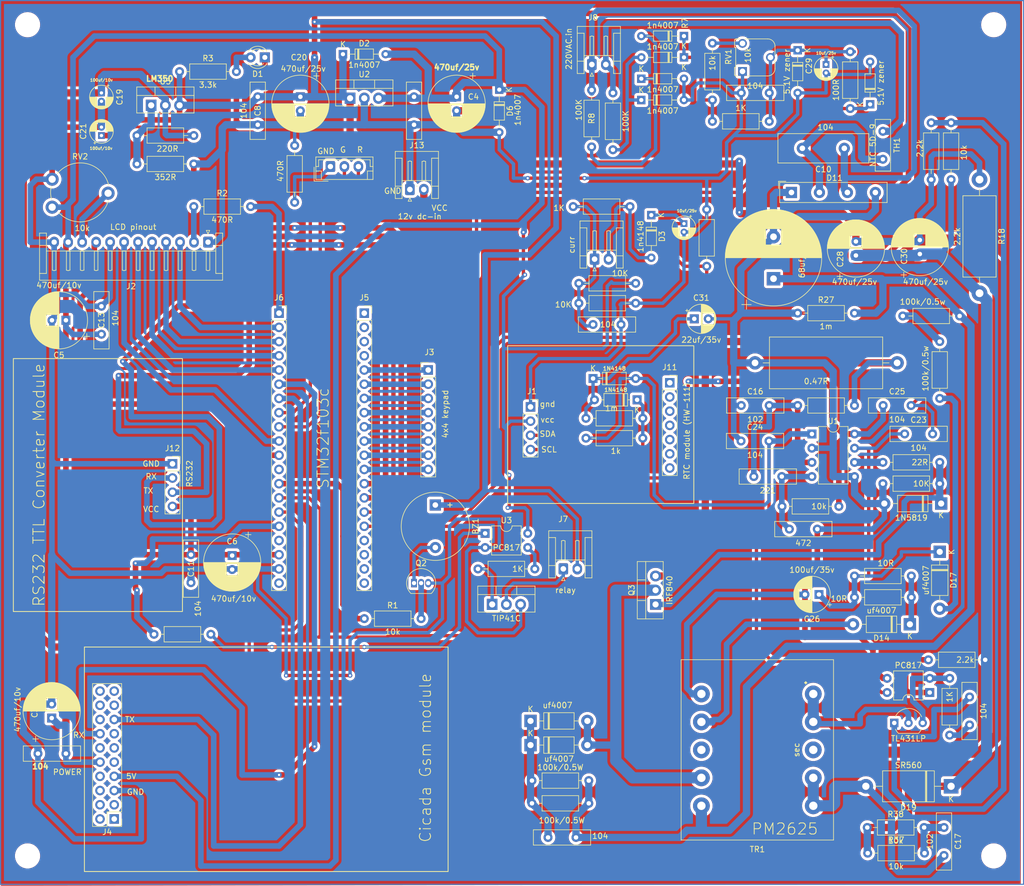
<source format=kicad_pcb>
(kicad_pcb (version 20220211) (generator pcbnew)
  (layers (0 "F.Cu" signal) (31 "B.Cu" signal) (34 "B.Paste" user) (35 "F.Paste" user) (36 "B.SilkS" user "B.Silkscreen") (37 "F.SilkS" user "F.Silkscreen") (38 "B.Mask" user) (39 "F.Mask" user) (44 "Edge.Cuts" user))
  (net 0 "")
  (net 1 "Net-(BZ1-+)")
  (net 2 "Net-(J10-Pin_1)")
  (net 3 "GND")
  (net 4 "Net-(J4-Pin_10)")
  (net 5 "+5V")
  (net 6 "Net-(D1-A)")
  (net 7 "Net-(J1-Pin_3)")
  (net 8 "Net-(J1-Pin_4)")
  (net 9 "Net-(J2-Pin_2)")
  (net 10 "Net-(J2-Pin_3)")
  (net 11 "Net-(J2-Pin_4)")
  (net 12 "Net-(J2-Pin_5)")
  (net 13 "Net-(J2-Pin_6)")
  (net 14 "Net-(J2-Pin_7)")
  (net 15 "Net-(J2-Pin_9)")
  (net 16 "Net-(J2-Pin_10)")
  (net 17 "Net-(J3-Pin_2)")
  (net 21 "Net-(J4-Pin_14)")
  (net 22 "Net-(J4-Pin_15)")
  (net 42 "Net-(J6-Pin_1)")
  (net 43 "Net-(J6-Pin_8)")
  (net 44 "Net-(J6-Pin_9)")
  (net 45 "Net-(BZ1--)")
  (net 47 "Net-(J7-Pin_1)")
  (net 48 "Net-(D5-K)")
  (net 49 "Net-(D5-A)")
  (net 50 "Net-(Q1-B)")
  (net 51 "Net-(Q2-B)")
  (net 52 "Net-(R5-Pad1)")
  (net 53 "Net-(R11-Pad1)")
  (net 54 "Net-(D10-A)")
  (net 55 "Net-(J3-Pin_1)")
  (net 56 "Net-(J3-Pin_3)")
  (net 57 "Net-(J3-Pin_4)")
  (net 58 "Net-(J3-Pin_5)")
  (net 59 "Net-(J3-Pin_6)")
  (net 60 "Net-(J3-Pin_7)")
  (net 61 "Net-(J3-Pin_8)")
  (net 62 "Net-(J8-Pin_1)")
  (net 63 "Net-(J8-Pin_2)")
  (net 64 "Net-(R4-Pad2)")
  (net 65 "Net-(D3-A)")
  (net 66 "Net-(D8-K)")
  (net 67 "Net-(D3-K)")
  (net 68 "Net-(D4-K)")
  (net 69 "Net-(J9-Pin_1)")
  (net 77 "Net-(D11-+)")
  (net 78 "Net-(D11--)")
  (net 79 "Net-(C10-Pad2)")
  (net 80 "Net-(U1-OUT)")
  (net 81 "Net-(D13-K)")
  (net 82 "Net-(C7-Pad1)")
  (net 83 "Net-(U1-CS)")
  (net 84 "Net-(U1-RC)")
  (net 85 "Net-(C17-Pad1)")
  (net 86 "Net-(D17-K)")
  (net 87 "Net-(D18-A)")
  (net 88 "Net-(D12-K)")
  (net 89 "Net-(D15-K)")
  (net 90 "Net-(J12-Pin_3)")
  (net 91 "Net-(D17-A)")
  (net 92 "Net-(D12-A)")
  (net 93 "Net-(D14-K)")
  (net 94 "Net-(D15-A)")
  (net 95 "Net-(U6-REF)")
  (net 96 "Net-(Q3-S)")
  (net 97 "Net-(R22-Pad1)")
  (net 98 "Net-(D14-A)")
  (net 99 "Net-(R36-Pad2)")
  (net 100 "Net-(J12-Pin_2)")
  (net 101 "Net-(J6-Pin_16)")
  (net 102 "Net-(U6-K)")
  (net 105 "Net-(U5-ADJ)")
  (net 106 "Net-(R1-Pad1)")
  (footprint "Resistor_THT:R_Axial_DIN0207_L6.3mm_D2.5mm_P10.16mm_Horizontal" (layer "F.Cu") (at 156.718 87.122)
    (fp_text reference "R31" hide)
    (fp_text value "1K")
  )
  (footprint "Capacitor_THT:C_Disc_D10.0mm_W2.5mm_P5.00mm" (layer "F.Cu") (at 25.908 149.352 180)
    (fp_text reference "C15" hide)
    (fp_text value "104" hide)
  )
  (footprint "Resistor_THT:R_Axial_DIN0207_L6.3mm_D2.5mm_P10.16mm_Horizontal" (layer "F.Cu") (at 184.15 36.576 -90)
    (fp_text reference "R24" hide)
    (fp_text value "10k")
  )
  (footprint "Capacitor_THT:CP_Radial_D10.0mm_P2.50mm" (layer "F.Cu") (at 67.818 31.933 -90)
    (fp_text reference "C20")
    (fp_text value "470uf/25v")
  )
  (footprint "Capacitor_THT:CP_Radial_D4.0mm_P1.50mm" (layer "F.Cu") (at 136.398 54.61 -90)
    (fp_text reference "C2" hide)
    (fp_text value "10uf/25v")
  )
  (footprint "Connector_PinSocket_2.54mm:PinSocket_1x20_P2.54mm_Vertical" (layer "F.Cu") (at 64.003 70.617)
    (fp_text reference "J6")
    (fp_text value " ")
  )
  (footprint "MountingHole:MountingHole_3.5mm" (layer "F.Cu") (at 191.77 167.64)
    (fp_text reference "REF**" hide)
    (fp_text value " ")
  )
  (footprint "Capacitor_THT:CP_Radial_D6.3mm_P2.50mm" (layer "F.Cu") (at 160.528 120.904 180)
    (fp_text reference "C26")
    (fp_text value "100uf/35v")
  )
  (footprint "Resistor_THT:R_Axial_DIN0207_L6.3mm_D2.5mm_P10.16mm_Horizontal" (layer "F.Cu") (at 141.478 22.352 -90)
    (fp_text reference "R5" hide)
    (fp_text value "10k")
  )
  (footprint "Capacitor_THT:C_Disc_D10.0mm_W2.5mm_P5.00mm" (layer "F.Cu") (at 60.198 31.933 -90)
    (fp_text reference "C8")
    (fp_text value "104")
  )
  (footprint "Capacitor_THT:C_Disc_D9.0mm_W2.5mm_P5.00mm" (layer "F.Cu") (at 171.958 38.1 -90)
    (fp_text reference "TH1")
    (fp_text value " ")
  )
  (footprint "Package_TO_SOT_THT:TO-220-3_Vertical" (layer "F.Cu") (at 131.318 122.682 90)
    (fp_text reference "Q3")
    (fp_text value "IRF840")
  )
  (footprint "Resistor_THT:R_Axial_DIN0207_L6.3mm_D2.5mm_P10.16mm_Horizontal" (layer "F.Cu") (at 140.462 52.07 -90)
    (fp_text reference "R16" hide)
    (fp_text value "100K")
  )
  (footprint "Resistor_THT:R_Axial_DIN0207_L6.3mm_D2.5mm_P10.16mm_Horizontal" (layer "F.Cu") (at 109.728 116.332 180)
    (fp_text reference "R11" hide)
    (fp_text value "1K")
  )
  (footprint "Resistor_THT:R_Axial_DIN0207_L6.3mm_D2.5mm_P10.16mm_Horizontal" (layer "F.Cu") (at 66.802 50.8 90)
    (fp_text reference "R17" hide)
    (fp_text value "470R")
  )
  (footprint "Package_TO_SOT_THT:TO-92_Inline_Wide" (layer "F.Cu") (at 173.99 143.87)
    (fp_text reference "U6" hide)
    (fp_text value "TL431LP")
  )
  (footprint "Capacitor_THT:C_Disc_D10.0mm_W2.5mm_P5.00mm" (layer "F.Cu") (at 117.094 164.338 180)
    (fp_text reference "C27" hide)
    (fp_text value "104")
  )
  (footprint "Connector_PinSocket_2.54mm:PinSocket_1x04_P2.54mm_Vertical" (layer "F.Cu") (at 108.966 87.376)
    (fp_text reference "J1")
    (fp_text value "RTC")
  )
  (footprint "Diode_THT:D_DO-35_SOD27_P7.62mm_Horizontal" (layer "F.Cu") (at 128.016 86.106 180)
    (fp_text reference "D12" hide)
    (fp_text value "1N4148")
  )
  (footprint "Package_TO_SOT_THT:TO-92_Inline" (layer "F.Cu") (at 88.138 118.872)
    (fp_text reference "Q2")
    (fp_text value "BC547")
  )
  (footprint "Resistor_THT:R_Axial_DIN0207_L6.3mm_D2.5mm_P10.16mm_Horizontal" (layer "F.Cu") (at 182.118 85.852 90)
    (fp_text reference "R23" hide)
    (fp_text value "100k/0.5w")
  )
  (footprint "Resistor_THT:R_Axial_DIN0207_L6.3mm_D2.5mm_P10.16mm_Horizontal" (layer "F.Cu") (at 118.872 89.408)
    (fp_text reference "R34" hide)
    (fp_text value "1m")
  )
  (footprint "Potentiometer_THT:Potentiometer_Piher_PT-10-V10_Vertical" (layer "F.Cu") (at 23.448 51.672)
    (fp_text reference "RV2")
    (fp_text value " 10k")
  )
  (footprint "Capacitor_THT:CP_Radial_D10.0mm_P2.50mm" (layer "F.Cu") (at 25.908 71.882 180)
    (fp_text reference "C5")
    (fp_text value "470uf/10v")
  )
  (footprint "Connector_JST:JST_EH_S12B-EH_1x12_P2.50mm_Horizontal" (layer "F.Cu") (at 51.308 57.9195 180)
    (fp_text reference "J2")
    (fp_text value " LCD pinout")
  )
  (footprint "Transformer_THT:Transformer_CHK_EI30-2VA_2xSec" (layer "F.Cu") (at 159.512 138.684 180)
    (fp_text reference "TR1")
    (fp_text value "TRANSF3")
  )
  (footprint "Capacitor_THT:C_Disc_D10.0mm_W2.5mm_P5.00mm" (layer "F.Cu") (at 151.638 31.242 180)
    (fp_text reference "C12" hide)
    (fp_text value "104")
  )
  (footprint "Resistor_THT:R_Axial_DIN0207_L6.3mm_D2.5mm_P10.16mm_Horizontal" (layer "F.Cu") (at 156.718 70.612)
    (fp_text reference "R27")
    (fp_text value "1m")
  )
  (footprint "Resistor_THT:R_Axial_DIN0207_L6.3mm_D2.5mm_P10.16mm_Horizontal" (layer "F.Cu") (at 169.242 167.146)
    (fp_text reference "R37")
    (fp_text value "10k")
  )
  (footprint "Diode_THT:D_DO-34_SOD68_P7.62mm_Horizontal" (layer "F.Cu") (at 169.672 33.279 90)
    (fp_text reference "D4" hide)
    (fp_text value "5.1V zener")
  )
  (footprint "Capacitor_THT:CP_Radial_D5.0mm_P2.50mm" (layer "F.Cu") (at 138.240888 71.628)
    (fp_text reference "C31")
    (fp_text value "22uf/35v")
  )
  (footprint "Capacitor_THT:CP_Radial_D4.0mm_P1.50mm" (layer "F.Cu") (at 32.258 38.862 90)
    (fp_text reference "C21")
    (fp_text value " 100uf/10v")
  )
  (footprint "Capacitor_THT:CP_Radial_D10.0mm_P2.50mm" (layer "F.Cu") (at 95.758 31.933 -90)
    (fp_text reference "C4")
    (fp_text value " 470uf/10v" hide)
  )
  (footprint "Capacitor_THT:C_Disc_D10.0mm_W2.5mm_P5.00mm" (layer "F.Cu") (at 175.848 92.202)
    (fp_text reference "C23")
    (fp_text value "104")
  )
  (footprint "Resistor_THT:R_Axial_DIN0207_L6.3mm_D2.5mm_P10.16mm_Horizontal" (layer "F.Cu") (at 180.594 36.576 -90)
    (fp_text reference "R19" hide)
    (fp_text value "2.2k")
  )
  (footprint "Diode_THT:D_DO-41_SOD81_P10.16mm_Horizontal" (layer "F.Cu") (at 176.784 126.238 180)
    (fp_text reference "D14")
    (fp_text value "uf4007")
  )
  (footprint "Connector_PinSocket_2.54mm:PinSocket_1x04_P2.54mm_Vertical" (layer "F.Cu") (at 44.958 97.546)
    (fp_text reference "J12")
    (fp_text value "RS232")
  )
  (footprint "Diode_THT:D_DO-41_SOD81_P10.16mm_Horizontal" (layer "F.Cu") (at 108.966 143.51)
    (fp_text reference "D16" hide)
    (fp_text value "uf4007")
  )
  (footprint "Resistor_THT:R_Axial_DIN0207_L6.3mm_D2.5mm_P10.16mm_Horizontal" (layer "F.Cu") (at 190.246 132.588 180)
    (fp_text reference "R36" hide)
    (fp_text value "2.2k")
  )
  (footprint "Capacitor_THT:CP_Radial_D4.0mm_P1.50mm" (layer "F.Cu") (at 161.798 26.162 -90)
    (fp_text reference "C29")
    (fp_text value "10uf/25v")
  )
  (footprint "Connector_JST:JST_EH_S2B-EH_1x02_P2.50mm_Horizontal" (layer "F.Cu") (at 119.928 26.162)
    (fp_text reference "J8")
    (fp_text value "220VAC.in")
  )
  (footprint "Capacitor_THT:C_Disc_D16.0mm_W5.0mm_P7.50mm" (layer "F.Cu") (at 165.06 41.148 180)
    (fp_text reference "C10")
    (fp_text value " 104")
  )
  (footprint "Resistor_THT:R_Axial_DIN0207_L6.3mm_D2.5mm_P10.16mm_Horizontal" (layer "F.Cu") (at 171.958 101.092)
    (fp_text reference "R28" hide)
    (fp_text value "10K")
  )
  (footprint "Diode_THT:D_DO-34_SOD68_P7.62mm_Horizontal" (layer "F.Cu") (at 75.433 24.313)
    (fp_text reference "D2")
    (fp_text value "1n4007")
  )
  (footprint "Diode_THT:D_DO-34_SOD68_P7.62mm_Horizontal" (layer "F.Cu") (at 136.398 24.892 180)
    (fp_text reference "D7" hide)
    (fp_text value "1n4007")
  )
  (footprint "Resistor_THT:R_Axial_DIN0207_L6.3mm_D2.5mm_P10.16mm_Horizontal" (layer "F.Cu") (at 183.896 146.05 90)
    (fp_text reference "R33" hide)
    (fp_text value "1K")
  )
  (footprint "Potentiometer_THT:Potentiometer_Runtron_RM-065_Vertical" (layer "F.Cu") (at 146.858 27.392 90)
    (fp_text reference "RV1")
    (fp_text value " 10k")
  )
  (footprint "Diode_THT:D_DO-41_SOD81_P10.16mm_Horizontal" (layer "F.Cu") (at 182.372 104.648 180)
    (fp_text reference "D13" hide)
    (fp_text value "1N5819")
  )
  (footprint "Connector_JST:JST_EH_S2B-EH_1x02_P2.50mm_Horizontal" (layer "F.Cu") (at 120.416 60.9525)
    (fp_text reference "J10" hide)
    (fp_text value "curr")
  )
  (footprint "Package_DIP:DIP-8_W7.62mm" (layer "F.Cu") (at 159.268 92.212)
    (fp_text reference "U1")
    (fp_text value "UC3843_DIP8" hide)
  )
  (footprint "Diode_THT:D_DO-34_SOD68_P7.62mm_Horizontal" (layer "F.Cu") (at 130.556 53.086 -90)
    (fp_text reference "D3")
    (fp_text value "1n4148")
  )
  (footprint "Resistor_THT:R_Axial_DIN0207_L6.3mm_D2.5mm_P10.16mm_Horizontal" (layer "F.Cu") (at 79.248 125.222)
    (fp_text reference "R1")
    (fp_text value "10k")
  )
  (footprint "Capacitor_THT:C_Disc_D10.0mm_W2.5mm_P5.00mm" (layer "F.Cu") (at 48.26 113.792 -90)
    (fp_text reference "C11")
    (fp_text value "104")
  )
  (footprint "MountingHole:MountingHole_3.5mm" (layer "F.Cu") (at 191.77 19.05)
    (fp_text reference "REF**" hide)
    (fp_text value "MountingHole_3.5mm" hide)
  )
  (footprint "Resistor_THT:R_Axial_DIN0207_L6.3mm_D2.5mm_P10.16mm_Horizontal" (layer "F.Cu") (at 119.888 30.734 -90)
    (fp_text reference "R8")
    (fp_text value "100K")
  )
  (footprint "Resistor_THT:R_Axial_DIN0207_L6.3mm_D2.5mm_P10.16mm_Horizontal" (layer "F.Cu") (at 171.958 97.282)
    (fp_text reference "R29" hide)
    (fp_text value "22R")
  )
  (footprint "Resistor_THT:R_Axial_DIN0207_L6.3mm_D2.5mm_P10.16mm_Horizontal" (layer "F.Cu") (at 119.38 158.242 180)
    (fp_text reference "R20" hide)
    (fp_text value "100k/0.5W")
  )
  (footprint "Resistor_THT:R_Axial_DIN0207_L6.3mm_D2.5mm_P10.16mm_Horizontal" (layer "F.Cu") (at 166.116 23.876 -90)
    (fp_text reference "R9" hide)
    (fp_text value "100R")
  )
  (footprint "Package_TO_SOT_THT:TO-220-3_Vertical" (layer "F.Cu") (at 102.108 122.682)
    (fp_text reference "Q1" hide)
    (fp_text value "TIP41C")
  )
  (footprint "Connector_JST:JST_EH_S2B-EH_1x02_P2.50mm_Horizontal" (layer "F.Cu") (at 114.828 116.3245)
    (fp_text reference "J7")
    (fp_text value " relay")
  )
  (footprint "Resistor_THT:R_Axial_DIN0614_L14.3mm_D5.7mm_P20.32mm_Horizontal" (layer "F.Cu") (at 189.23 46.736 -90)
    (fp_text reference "R18")
    (fp_text value "2.2k")
  )
  (footprint "LED_THT:LED_D3.0mm_FlatTop" (layer "F.Cu") (at 61.468 24.892 180)
    (fp_text reference "D1")
    (fp_text value " ")
  )
  (footprint "Resistor_THT:R_Axial_DIN0207_L6.3mm_D2.5mm_P10.16mm_Horizontal" (layer "F.Cu") (at 116.586 51.562)
    (fp_text reference "R6" hide)
    (fp_text value "1K")
  )
  (footprint "Resistor_THT:R_Axial_DIN0207_L6.3mm_D2.5mm_P10.16mm_Horizontal" (layer "F.Cu") (at 46.228 27.432)
    (fp_text reference "R3")
    (fp_text value "3.3k")
  )
  (footprint "Capacitor_THT:CP_Radial_D10.0mm_P2.50mm" (layer "F.Cu") (at 23.368 143.002 90)
    (fp_text reference "C3")
    (fp_text value "470uf/10v")
  )
  (footprint "Diode_THT:D_DO-34_SOD68_P7.62mm_Horizontal" (layer "F.Cu") (at 128.773 28.702)
    (fp_text reference "D9" hide)
    (fp_text value "1n4007")
  )
  (footprint "Connector_PinSocket_2.54mm:PinSocket_1x07_P2.54mm_Vertical" (layer "F.Cu") (at 133.858 83.058)
    (fp_text reference "J11")
    (fp_text value " ")
  )
  (footprint "Capacitor_THT:C_Disc_D10.0mm_W2.5mm_P5.00mm" (layer "F.Cu") (at 155.234 109.22)
    (fp_text reference "C22" hide)
    (fp_text value "472")
  )
  (footprint "Resistor_THT:R_Axial_DIN0922_L20.0mm_D9.0mm_P25.40mm_Horizontal" (layer "F.Cu") (at 149.098 79.502)
    (fp_text reference "R30" hide)
    (fp_text value "0.47R")
  )
  (footprint "Diode_THT:D_DO-41_SOD81_P10.16mm_Horizontal" (layer "F.Cu") (at 182.118 113.284 -90)
    (fp_text reference "D17")
    (fp_text value "uf4007")
  )
  (footprint "Resistor_THT:R_Axial_DIN0207_L6.3mm_D2.5mm_P10.16mm_Horizontal" (layer "F.Cu") (at 41.656 128.016)
    (fp_text reference "R4" hide)
    (fp_text value "470R")
  )
  (footprint "MountingHole:MountingHole_3.5mm" (layer "F.Cu") (at 19.05 19.05)
    (fp_text reference "REF**" hide)
    (fp_text value " ")
  )
  (footprint "Package_DIP:DIP-4_W7.62mm" (layer "F.Cu") (at 180.33 138.435 180)
    (fp_text reference "U4" hide)
    (fp_text value "PC817")
  )
  (footprint "Package_TO_SOT_THT:TO-220-3_Vertical" (layer "F.Cu") (at 41.148 33.457)
    (fp_text reference "U5")
    (fp_text value "LM350 ")
  )
  (footprint "Resistor_THT:R_Axial_DIN0207_L6.3mm_D2.5mm_P10.16mm_Horizontal" (layer "F.Cu") (at 117.602 68.834)
    (fp_text reference "R15" hide)
    (fp_text value "10K")
  )
  (footprint "Resistor_THT:R_Axial_DIN0207_L6.3mm_D2.5mm_P10.16mm_Horizontal" (layer "F.Cu") (at 153.924 105.156)
    (fp_text reference "R32" hide)
    (fp_text value "10k")
  )
  (footprint "Diode_THT:D_DO-34_SOD68_P7.62mm_Horizontal" (layer "F.Cu") (at 136.393 21.082 180)
    (fp_text reference "D10" hide)
    (fp_text value "1n4007")
  )
  (footprint "Resistor_THT:R_Axial_DIN0207_L6.3mm_D2.5mm_P10.16mm_Horizontal" (layer "F.Cu") (at 38.608 43.942)
    (fp_text reference "R14" hide)
    (fp_text value "352R")
  )
  (footprint "Capacitor_THT:C_Disc_D10.0mm_W2.5mm_P5.00mm" (layer "F.Cu") (at 146.598 93.472)
    (fp_text reference "C24")
    (fp_text value "104")
  )
  (footprint "Capacitor_THT:C_Disc_D10.0mm_W2.5mm_P5.00mm" (layer "F.Cu") (at 182.88 162.56 -90)
    (fp_text reference "C17")
    (fp_text value "102")
  )
  (footprint "Diode_THT:D_DO-41_SOD81_P10.16mm_Horizontal" (layer "F.Cu") (at 108.966 147.828)
    (fp_text reference "D15" hide)
    (fp_text value "uf4007")
  )
  (footprint "Capacitor_THT:C_Disc_D10.0mm_W2.5mm_P5.00mm" (layer "F.Cu") (at 171.998 87.122)
    (fp_text reference "C25")
    (fp_text value "104")
  )
  (footprint "Resistor_THT:R_Axial_DIN0207_L6.3mm_D2.5mm_P10.16mm_Horizontal" (layer "F.Cu") (at 166.878 117.602)
    (fp_text reference "R25" hide)
    (fp_text value "10R")
  )
  (footprint "Connector_JST:JST_EH_B3B-EH-A_1x03_P2.50mm_Vertical" (layer "F.Cu") (at 73.192 44.404)
    (fp_text reference "J9" hide)
    (fp_text value "LED_conn")
  )
  (footprint "Resistor_THT:R_Axial_DIN0207_L6.3mm_D2.5mm_P10.16mm_Horizontal" (layer "F.Cu") (at 117.602 65.278)
    (fp_text reference "R12" hide)
    (fp_text value "10K")
  )
  (footprint "Capacitor_THT:CP_Radial_D10.0mm_P2.50mm" (layer "F.Cu") (at 178.562 60.045677 90)
    (fp_text reference "C30")
    (fp_text value "470uf/25v")
  )
  (footprint "Package_DIP:DIP-4_W7.62mm" (layer "F.Cu") (at 100.848 109.977)
    (fp_text reference "U3")
    (fp_text value "PC817")
  )
  (footprint "Resistor_THT:R_Axial_DIN0207_L6.3mm_D2.5mm_P10.16mm_Horizontal" (layer "F.Cu") (at 177.038 121.412 180)
    (fp_text reference "R26" hide)
    (fp_text value "10R")
  )
  (footprint "Capacitor_THT:CP_Radial_D4.0mm_P1.50mm" (layer "F.Cu") (at 32.258 31.242 -90)
    (fp_text reference "C19")
    (fp_text value " ")
  )
  (footprint "MountingHole:MountingHole_3.5mm" (layer "F.Cu") (at 19.05 167.64)
    (fp_text reference "REF**" hide)
    (fp_text value " ")
  )
  (footprint "Package_TO_SOT_THT:TO-220-3_Vertical" (layer "F.Cu") (at 76.708 32.187)
    (fp_text reference "U2")
    (fp_text value "L7805")
  )
  (footprint "Diode_THT:D_DO-34_SOD68_P7.62mm_Horizontal" (layer "F.Cu") (at 103.378 30.658 -90)
    (fp_text reference "D6")
    (fp_text value "1n4007" hide)
  )
  (footprint "Connector_PinHeader_2.54mm:PinHeader_2x10_P2.54mm_Vertical" (layer "F.Cu") (at 34.544 161.036 180)
    (fp_text reference "J4")
    (fp_text value "Cicada GSM module" hide)
  )
  (footprint "Diode_THT:D_DO-34_SOD68_P7.62mm_Horizontal" (layer "F.Cu") (at 128.768 32.512)
    (fp_text reference "D5" hide)
    (fp_text value "1n4007")
  )
  (footprint "Resistor_THT:R_Axial_DIN0207_L6.3mm_D2.5mm_P10.16mm_Horizontal" (layer "F.Cu") (at 169.164 162.56)
    (fp_text reference "R38")
    (fp_text value "10k")
  )
  (footprint "Capacitor_THT:CP_Radial_D10.0mm_P2.50mm" (layer "F.Cu") (at 55.626 113.944323 -90)
    (fp_text reference "C6")
    (fp_text value "470uf/10v")
  )
  (footprint "Connector_JST:JST_EH_S2B-EH_1x02_P2.50mm_Horizontal" (layer "F.Cu") (at 87.396 48.5065)
    (fp_text reference "J13")
    (fp_text value "12v dc-in")
  )
  (footprint "Diode_THT:Diode_Bridge_19.0x3.5x10.0mm_P5.0mm" (layer "F.Cu") (at 155.6105 49.0395)
    (fp_text reference "D11")
    (fp_text value " ")
  )
  (footprint "Diode_THT:D_DO-34_SOD68_P7.62mm_Horizontal" (layer "F.Cu") (at 156.718 23.622 -90)
    (fp_text reference "D8" hide)
    (fp_text value "5.1V zener")
  )
  (footprint "Capacitor_THT:C_Disc_D10.0mm_W2.5mm_P5.00mm" (layer "F.Cu") (at 88.138 31.933 -90)
    (fp_text reference "C14" hide)
    (fp_text value " 104")
  )
  (footprint "Capacitor_THT:C_Disc_D10.0mm_W2.5mm_P5.00mm" (layer "F.Cu") (at 148.884 99.822)
    (fp_text reference "C18" hide)
    (fp_text value "221")
  )
  (footprint "Connector_PinHeader_2.54mm:PinHeader_1x08_P2.54mm_Vertical" (layer "F.Cu") (at 90.678 80.772)
    (fp_text reference "J3")
    (fp_text value "4x4 keypad")
  )
  (footprint "Diode_THT:D_DO-35_SOD27_P7.62mm_Horizontal" (layer "F.Cu") (at 120.142 82.296)
    (fp_text reference "D18" hide)
    (fp_text value "1N4148")
  )
  (footprint "Resistor_THT:R_Axial_DIN0207_L6.3mm_D2.5mm_P10.16mm_Horizontal" (layer "F.Cu") (at 118.872 92.964)
    (fp_text reference "R35" hide)
    (fp_text value "1k")
  )
  (footprint "Capacitor_THT:C_Disc_D10.0mm_W2.5mm_P5.00mm" (layer "F.Cu") (at 32.258 74.382 90)
    (fp_text reference "C13")
    (fp_text value " 104")
  )
  (footprint "Capacitor_THT:CP_Radial_D17.0mm_P7.50mm" (layer "F.Cu") (at 152.4 64.455267 90)
    (fp_text reference "C9" hide)
    (fp_text value " 68uf/400v")
  )
  (footprint "Resistor_THT:R_Axial_DIN0207_L6.3mm_D2.5mm_P10.16mm_Horizontal" (layer "F.Cu") (at 48.768 51.562)
    (fp_text reference "R2")
    (fp_text value "470R")
  )
  (footprint "Resistor_THT:R_Axial_DIN0207_L6.3mm_D2.5mm_P10.16mm_Horizontal" (layer "F.Cu") (at 38.608 38.862)
    (fp_text reference "R13" hide)
    (fp_text value " 220R")
  )
  (footprint "Capacitor_THT:C_Disc_D10.0mm_W2.5mm_P5.00mm" (layer "F.Cu") (at 187.452 144.232 90)
    (fp_text reference "C7" hide)
    (fp_text value "104")
  )
  (footprint "Capacitor_THT:C_Disc_D10.0mm_W2.5mm_P5.00mm" (layer "F.Cu") (at 146.638 87.122)
    (fp_text reference "C16")
    (fp_text value "102")
  )
  (footprint "Resistor_THT:R_Axial_DIN0207_L6.3mm_D2.5mm_P10.16mm_Horizontal" (layer "F.Cu") (at 119.38 154.178 180)
    (fp_text reference "R21" hide)
    (fp_text value "100k/0.5W")
  )
  (footprint "Buzzer_Beeper:Buzzer_12x9.5RM7.6" (layer "F.Cu") (at 91.948 104.912 -90)
    (fp_text reference "BZ1")
    (fp_text value "Buzzer")
  )
  (footprint "Resistor_THT:R_Axial_DIN0207_L6.3mm_D2.5mm_P10.16mm_Horizontal" (layer "F.Cu") (at 175.514 71.12)
    (fp_text reference "R22" hide)
    (fp_text value "100k/0.5w")
  )
  (footprint "Capacitor_THT:C_Disc_D10.0mm_W2.5mm_P5.00mm" (layer "F.Cu") (at 120.142 72.644)
    (fp_text reference "C1" hide)
    (fp_text value " 104")
  )
  (footprint "Resistor_THT:R_Axial_DIN0207_L6.3mm_D2.5mm_P10.16mm_Horizontal" (layer "F.Cu") (at 151.638 36.322 180)
    (fp_text reference "R10" hide)
    (fp_text value "1K")
  )
  (footprint "Resistor_THT:R_Axial_DIN0207_L6.3mm_D2.5mm_P10.16mm_Horizontal" (layer "F.Cu") (at 123.698 31.242 -90)
    (fp_text reference "R7")
    (fp_text value "100K")
  )
  (footprint "Diode_THT:D_DO-201AE_P15.24mm_Horizontal" (layer "F.Cu") (at 184.15 155.194 180)
    (fp_text reference "D19")
    (fp_text value "SR560")
  )
  (footprint "Capacitor_THT:CP_Radial_D10.0mm_P2.50mm" (layer "F.Cu") (at 167.132 60.299677 90)
    (fp_text reference "C28")
    (fp_text value "470uf/25v")
  )
  (footprint "Connector_PinSocket_2.54mm:PinSocket_1x20_P2.54mm_Vertical" (layer "F.Cu") (at 79.243 70.617)
    (fp_text reference "J5")
    (fp_text value " ")
  )
  (gr_rect (start 14.224 14.732) (end 197.104 172.72) (stroke (width 0.2)) (fill none) (layer "B.Cu"))
  (gr_rect (start 104.877 76.434) (end 138.151 104.628) (stroke (width 0.15)) (fill none) (layer "F.SilkS"))
  (gr_rect (start 29.21 130.302) (end 94.234 170.434) (stroke (width 0.15)) (fill none) (layer "F.SilkS"))
  (gr_rect (start 16.51 123.952) (end 46.736 78.74) (stroke (width 0.15)) (fill none) (layer "F.SilkS"))
  (gr_text "Developed by First Electric\n" (at 123.444 169.418) (layer "F.Cu") (effects (font (size 2 2) (thickness 0.5) bold)))
  (gr_text "RTC module (HW-111)" (at 136.906 91.694 90) (layer "F.SilkS") (effects (font (size 1 1))))
  (gr_text "100uf/10v" (at 32.258 28.956) (layer "F.SilkS") (effects (font (size 0.5 0.5) (thickness 0.125) bold)))
  (gr_text "5V" (at 37.592 153.416) (layer "F.SilkS") (effects (font (size 1 1))))
  (gr_text "GND" (at 38.354 156.21) (layer "F.SilkS") (effects (font (size 1 1))))
  (gr_text "STM32f103c" (at 71.882 92.964 90) (layer "F.SilkS") (effects (font (size 2 2))))
  (gr_text "R" (at 78.486 41.402) (layer "F.SilkS") (effects (font (size 1 1))))
  (gr_text "470uf/25v" (at 95.758 26.67) (layer "F.SilkS") (effects (font (size 1 1) (thickness 0.25) bold)))
  (gr_text "SDA" (at 112.014 92.202) (layer "F.SilkS") (effects (font (size 1 1))))
  (gr_text "vcc" (at 112.014 89.662) (layer "F.SilkS") (effects (font (size 1 1))))
  (gr_text "RS232 TTL Converter Module" (at 21.082 101.346 90) (layer "F.SilkS") (effects (font (size 2 2))))
  (gr_text "LM350" (at 42.672 28.702) (layer "F.SilkS") (effects (font (size 1 1) (thickness 0.25) bold)))
  (gr_text "SCL" (at 112.268 94.996) (layer "F.SilkS") (effects (font (size 1 1))))
  (gr_text "TX" (at 40.64 102.362) (layer "F.SilkS") (effects (font (size 1 1))))
  (gr_text "104" (at 21.336 151.638) (layer "F.SilkS") (effects (font (size 1 1) (thickness 0.25) bold)))
  (gr_text "VCC" (at 92.71 51.816) (layer "F.SilkS") (effects (font (size 1 1))))
  (gr_text "TX" (at 37.338 143.256) (layer "F.SilkS") (effects (font (size 1 1))))
  (gr_text "Cicada Gsm module" (at 90.17 150.114 90) (layer "F.SilkS") (effects (font (size 2 2))))
  (gr_text "PM2625" (at 154.432 162.814) (layer "F.SilkS") (effects (font (size 2 2))))
  (gr_text "GND" (at 84.328 48.768) (layer "F.SilkS") (effects (font (size 1 1))))
  (gr_text "POWER" (at 26.162 152.654) (layer "F.SilkS") (effects (font (size 1 1))))
  (gr_text "VCC" (at 41.148 105.664) (layer "F.SilkS") (effects (font (size 1 1))))
  (gr_text "1n4007" (at 106.68 34.29 90) (layer "F.SilkS") (effects (font (size 1 1))))
  (gr_text "RX" (at 28.194 146.05) (layer "F.SilkS") (effects (font (size 1 1))))
  (gr_text "GND" (at 41.148 97.536) (layer "F.SilkS") (effects (font (size 1 1))))
  (gr_text "gnd" (at 112.014 86.868) (layer "F.SilkS") (effects (font (size 1 1))))
  (gr_text "G" (at 75.438 41.402) (layer "F.SilkS") (effects (font (size 1 1))))
  (gr_text "RX" (at 41.148 99.822) (layer "F.SilkS") (effects (font (size 1 1))))
  (gr_text "GND" (at 72.39 41.656) (layer "F.SilkS") (effects (font (size 1 1))))
  (segment (start 88.138 118.872) (end 88.138 113.792) (width 0.6) (layer "B.Cu") (net 1))
  (segment (start 88.138 113.792) (end 89.418 112.512) (width 0.6) (layer "B.Cu") (net 1))
  (segment (start 89.418 112.512) (end 91.948 112.512) (width 0.6) (layer "B.Cu") (net 1))
  (segment (start 117.602 71.628) (end 118.872 72.898) (width 0.6) (layer "B.Cu") (net 2))
  (segment (start 116.586 51.562) (end 118.872 51.562) (width 0.6) (layer "B.Cu") (net 2))
  (segment (start 120.416 64.242) (end 120.416 60.9525) (width 0.6) (layer "B.Cu") (net 2))
  (segment (start 119.38 65.278) (end 120.416 64.242) (width 0.6) (layer "B.Cu") (net 2))
  (segment (start 117.602 68.834) (end 117.602 65.278) (width 0.6) (layer "B.Cu") (net 2))
  (segment (start 118.872 72.898) (end 119.888 72.898) (width 0.6) (layer "B.Cu") (net 2))
  (segment (start 117.602 65.278) (end 119.38 65.278) (width 0.6) (layer "B.Cu") (net 2))
  (segment (start 117.602 68.834) (end 117.602 71.628) (width 0.6) (layer "B.Cu") (net 2))
  (segment (start 118.872 51.562) (end 120.416 53.106) (width 0.6) (layer "B.Cu") (net 2))
  (segment (start 120.416 53.106) (end 120.416 60.9525) (width 0.6) (layer "B.Cu") (net 2))
  (segment (start 119.888 72.898) (end 120.142 72.644) (width 0.6) (layer "B.Cu") (net 2))
  (segment (start 61.468 29.972) (end 56.388 29.972) (width 1) (layer "F.Cu") (net 3))
  (segment (start 192.532 62.23) (end 187.847677 57.545677) (width 2) (layer "F.Cu") (net 3))
  (segment (start 48.768 47.752) (end 48.768 43.942) (width 1) (layer "F.Cu") (net 3))
  (segment (start 29.742 37.362) (end 29.742 39.648) (width 1) (layer "F.Cu") (net 3))
  (segment (start 192.532 146.05) (end 192.532 62.23) (width 2) (layer "F.Cu") (net 3))
  (segment (start 162.734 143.684) (end 168.148 149.098) (width 2) (layer "F.Cu") (net 3))
  (segment (start 145.796 43.942) (end 146.304 43.434) (width 1.3) (layer "F.Cu") (net 3))
  (segment (start 24.36 37.362) (end 32.258 37.362) (width 1) (layer "F.Cu") (net 3))
  (segment (start 109.22 43.942) (end 145.796 43.942) (width 1.3) (layer "F.Cu") (net 3))
  (segment (start 189.484 149.098) (end 192.532 146.05) (width 2) (layer "F.Cu") (net 3))
  (segment (start 56.388 29.972) (end 56.388 36.322) (width 1) (layer "F.Cu") (net 3))
  (segment (start 167.132 55.118) (end 167.132 57.799677) (width 1.3) (layer "F.Cu") (net 3))
  (segment (start 168.148 149.098) (end 189.484 149.098) (width 2) (layer "F.Cu") (net 3))
  (segment (start 146.558 52.832) (end 164.846 52.832) (width 1.3) (layer "F.Cu") (net 3))
  (segment (start 164.846 52.832) (end 167.132 55.118) (width 1.3) (layer "F.Cu") (net 3))
  (segment (start 61.468 24.892) (end 61.468 29.972) (width 1) (layer "F.Cu") (net 3))
  (segment (start 159.512 143.684) (end 162.734 143.684) (width 2) (layer "F.Cu") (net 3))
  (segment (start 187.847677 57.545677) (end 178.562 57.545677) (width 2) (layer "F.Cu") (net 3))
  (segment (start 56.999 36.933) (end 60.198 36.933) (width 1) (layer "F.Cu") (net 3))
  (segment (start 146.304 52.578) (end 146.558 52.832) (width 1.3) (layer "F.Cu") (net 3))
  (segment (start 29.742 39.648) (end 37.846 47.752) (width 1) (layer "F.Cu") (net 3))
  (segment (start 95.758 34.433) (end 105.807 34.433) (width 1.3) (layer "F.Cu") (net 3))
  (segment (start 108.458 43.18) (end 109.22 43.942) (width 1.3) (layer "F.Cu") (net 3))
  (segment (start 105.807 34.433) (end 108.458 37.084) (width 1.3) (layer "F.Cu") (net 3))
  (segment (start 32.258 37.362) (end 29.742 37.362) (width 1) (layer "F.Cu") (net 3))
  (segment (start 56.388 36.322) (end 56.999 36.933) (width 1) (layer "F.Cu") (net 3))
  (segment (start 108.458 37.084) (end 108.458 43.18) (width 1.3) (layer "F.Cu") (net 3))
  (segment (start 23.448 46.672) (end 23.448 38.274) (width 1) (layer "F.Cu") (net 3))
  (segment (start 65.278 135.382) (end 76.708 135.382) (width 0.599948) (layer "F.Cu") (net 3))
  (segment (start 37.846 47.752) (end 48.768 47.752) (width 1) (layer "F.Cu") (net 3))
  (segment (start 108.458 46.482) (end 118.618 46.482) (width 0.599948) (layer "F.Cu") (net 3))
  (segment (start 23.448 38.274) (end 24.36 37.362) (width 1) (layer "F.Cu") (net 3))
  (via (at 118.618 46.482) (size 0.8) (drill 0.4) (layers "F.Cu" "B.Cu") (net 3))
  (via (at 76.708 135.382) (size 0.8) (drill 0.4) (layers "F.Cu" "B.Cu") (net 3))
  (via (at 108.458 46.482) (size 0.8) (drill 0.4) (layers "F.Cu" "B.Cu") (net 3))
  (via (at 146.304 43.434) (size 0.8) (drill 0.4) (layers "F.Cu" "B.Cu") (net 3))
  (via (at 65.278 135.382) (size 0.8) (drill 0.4) (layers "F.Cu" "B.Cu") (net 3))
  (via (at 146.304 52.578) (size 0.8) (drill 0.4) (layers "F.Cu" "B.Cu") (net 3))
  (segment (start 48.26 118.792) (end 48.26 117.094) (width 1.3) (layer "B.Cu") (net 3))
  (segment (start 97.033 38.278) (end 103.378 38.278) (width 1.3) (layer "B.Cu") (net 3))
  (segment (start 138.406 56.11) (end 140.462 54.054) (width 0.6) (layer "B.Cu") (net 3))
  (segment (start 19.558 47.752) (end 20.638 46.672) (width 1) (layer "B.Cu") (net 3))
  (segment (start 176.53 143.87) (end 176.53 142.24) (width 1) (layer "B.Cu") (net 3))
  (segment (start 23.408 113.832) (end 26.67 117.094) (width 1) (layer "B.Cu") (net 3))
  (segment (start 18.288 145.542) (end 18.288 140.462) (width 1.3) (layer "B.Cu") (net 3))
  (segment (start 98.303 112.517) (end 100.848 112.517) (width 0.6) (layer "B.Cu") (net 3))
  (segment (start 146.638 37.512) (end 144.018 40.132) (width 0.6) (layer "B.Cu") (net 3))
  (segment (start 159.512 138.684) (end 159.512 143.684) (width 2) (layer "B.Cu") (net 3))
  (segment (start 169.672 25.659) (end 169.672 27.94) (width 0.6) (layer "B.Cu") (net 3))
  (segment (start 156.718 35.052) (end 152.908 38.862) (width 0.6) (layer "B.Cu") (net 3))
  (segment (start 105.918 46.482) (end 108.458 46.482) (width 0.599948) (layer "B.Cu") (net 3))
  (segment (start 146.858 31.022) (end 146.638 31.242) (width 0.6) (layer "B.Cu") (net 3))
  (segment (start 20.908 148.162) (end 18.288 145.542) (width 1.3) (layer "B.Cu") (net 3))
  (segment (start 143.256 29.464) (end 138.938 29.464) (width 0.6) (layer "B.Cu") (net 3))
  (segment (start 108.966 80.264) (end 110.49 78.74) (width 0.6) (layer "B.Cu") (net 3))
  (segment (start 90.678 127.762) (end 77.978 127.762) (width 0.6) (layer "B.Cu") (net 3))
  (segment (start 79.328 36.933) (end 86.463 36.933) (width 1.3) (layer "B.Cu") (net 3))
  (segment (start 66.802 40.64) (end 66.802 37.036) (width 0.6) (layer "B.Cu") (net 3))
  (segment (start 19.5655 57.9195) (end 19.558 57.912) (width 1) (layer "B.Cu") (net 3))
  (segment (start 90.678 118.872) (end 93.218 118.872) (width 0.6) (layer "B.Cu") (net 3))
  (segment (start 51.308 57.9195) (end 52.5705 57.9195) (width 1) (layer "B.Cu") (net 3))
  (segment (start 161.798 27.662) (end 161.798 31.242) (width 0.6) (layer "B.Cu") (net 3))
  (segment (start 189.23 43.688) (end 187.706 42.164) (width 1) (layer "B.Cu") (net 3))
  (segment (start 19.558 57.912) (end 19.558 47.752) (width 1) (layer "B.Cu") (net 3))
  (segment (start 93.218 118.872) (end 93.218 125.222) (width 0.6) (layer "B.Cu") (net 3))
  (segment (start 23.808 57.9195) (end 23.808 67.242) (width 1) (layer "B.Cu") (net 3))
  (segment (start 23.808 71.482) (end 23.408 71.882) (width 1) (layer "B.Cu") (net 3))
  (segment (start 136.398 56.11) (end 138.406 56.11) (width 0.6) (layer "B.Cu") (net 3))
  (segment (start 146.304 52.578) (end 146.304 43.434) (width 1.3) (layer "B.Cu") (net 3))
  (segment (start 132.588 68.834) (end 127.762 68.834) (width 0.6) (layer "B.Cu") (net 3))
  (segment (start 23.368 140.502) (end 23.368 113.872) (width 1.3) (layer "B.Cu") (net 3))
  (segment (start 67.738 36.933) (end 79.328 36.933) (width 1.3) (layer "B.Cu") (net 3))
  (segment (start 23.408 96.988) (end 23.408 113.832) (width 1) (layer "B.Cu") (net 3))
  (segment (start 175.768 141.478) (end 168.91 141.478) (width 1) (layer "B.Cu") (net 3))
  (segment (start 52.5705 57.9195) (end 53.848 56.642) (width 1) (layer "B.Cu") (net 3))
  (segment (start 169.672 27.94) (end 162.076 27.94) (width 0.6) (layer "B.Cu") (net 3))
  (segment (start 32.258 69.382) (end 29.758 69.382) (width 1) (layer "B.Cu") (net 3))
  (segment (start 136.398 65.024) (end 132.588 68.834) (width 0.6) (layer "B.Cu") (net 3))
  (segment (start 180.594 46.736) (end 180.594 51.054) (width 1) (layer "B.Cu") (net 3))
  (segment (start 66.699 36.933) (end 67.738 36.933) (width 1.3) (layer "B.Cu") (net 3))
  (segment (start 152.908 38.862) (end 145.288 38.862) (width 0.6) (layer "B.Cu") (net 3))
  (segment (start 53.848 56.642) (end 53.848 41.402) (width 1) (layer "B.Cu") (net 3))
  (segment (start 137.922 32.512) (end 136.388 32.512) (width 0.6) (layer "B.Cu") (net 3))
  (segment (start 180.594 42.672) (end 180.594 46.736) (width 1) (layer "B.Cu") (net 3))
  (segment (start 122.936 78.74) (end 125.142 76.534) (width 0.6) (layer "B.Cu") (net 3))
  (segment (start 94.488 117.602) (end 94.488 108.712) (width 0.6) (layer "B.Cu") (net 3))
  (segment (start 33.808 67.832) (end 32.258 69.382) (width 1) (layer "B.Cu") (net 3))
  (segment (start 76.708 129.032) (end 76.708 135.382) (width 0.6) (layer "B.Cu") (net 3))
  (segment (start 146.638 31.242) (end 146.638 37.512) (width 0.6) (layer "B.Cu") (net 3))
  (segment (start 146.858 27.392) (end 146.858 31.022) (width 0.6) (layer "B.Cu") (net 3))
  (segment (start 103.378 38.278003) (end 103.378 41.402) (width 0.599948) (layer "B.Cu") (net 3))
  (segment (start 23.966 97.546) (end 23.408 96.988) (width 1) (layer "B.Cu") (net 3))
  (segment (start 44.958 97.546) (end 23.966 97.546) (width 1) (layer "B.Cu") (net 3))
  (segment (start 161.798 31.242) (end 156.718 31.242) (width 0.6) (layer "B.Cu") (net 3))
  (segment (start 176.53 142.24) (end 175.768 141.478) (width 1) (layer "B.Cu") (net 3))
  (segment (start 51.308 43.942) (end 53.848 41.402) (width 1.3) (layer "B.Cu") (net 3))
  (segment (start 97.028 38.283) (end 97.033 38.278) (width 1.3) (layer "B.Cu") (net 3))
  (segment (start 136.398 56.11) (end 136.398 65.024) (width 0.6) (layer "B.Cu") (net 3))
  (segment (start 144.018 40.132) (end 144.018 45.212) (width 0.6) (layer "B.Cu") (net 3))
  (segment (start 38.1 155.956) (end 39.37 157.226) (width 1) (layer "B.Cu") (net 3))
  (segment (start 48.768 43.942) (end 51.308 43.942) (width 1.3) (layer "B.Cu") (net 3))
  (segment (start 95.758 34.433) (end 95.758 37.013) (width 1.3) (layer "B.Cu") (net 3))
  (segment (start 125.222 68.834) (end 127.762 68.834) (width 0.6) (layer "B.Cu") (net 3))
  (segment (start 23.808 57.9195) (end 19.5655 57.9195) (width 1) (layer "B.Cu") (net 3))
  (segment (start 95.758 37.013) (end 95.678 36.933) (width 1.3) (layer "B.Cu") (net 3))
  (segment (start 60.192996 120.136996) (end 65.278 125.222) (width 0.599948) (layer "B.Cu") (net 3))
  (segment (start 136.393 28.702) (end 136.393 32.507) (width 0.6) (layer "B.Cu") (net 3))
  (segment (start 34.544 155.956) (end 38.1 155.956) (width 1) (layer "B.Cu") (net 3))
  (segment (start 20.908 158.068) (end 20.908 149.352) (width 1) (layer "B.Cu") (net 3))
  (segment (start 108.966 87.376) (end 108.966 80.264) (width 0.6) (layer "B.Cu") (net 3))
  (segment (start 39.37 164.592) (end 27.432 164.592) (width 1) (layer "B.Cu") (net 3))
  (segment (start 29.758 69.382) (end 27.618 67.242) (width 1) (layer "B.Cu") (net 3))
  (segment (start 87.396 48.5065) (end 87.396 37.104) (width 1.3) (layer "B.Cu") (net 3))
  (segment (start 23.808 67.242) (end 23.808 71.482) (width 1) (layer "B.Cu") (net 3))
  (segment (start 66.802 37.036) (end 66.699 36.933) (width 0.6) (layer "B.Cu") (net 3))
  (segment (start 42.926 117.094) (end 43.683 116.337) (width 1) (layer "B.Cu") (net 3))
  (segment (start 178.308 57.799677) (end 178.562 57.545677) (width 1.3) (layer "B.Cu") (net 3))
  (segment (start 32.258 32.742) (end 32.258 37.362) (width 1.3) (layer "B.Cu") (net 3))
  (segment (start 26.67 117.094) (end 42.926 117.094) (width 1) (layer "B.Cu") (net 3))
  (segment (start 139.954 46.482) (end 118.618 46.482) (width 0.6) (layer "B.Cu") (net 3))
  (segment (start 53.848 41.402) (end 53.848 37.592) (width 1.3) (layer "B.Cu") (net 3))
  (segment (start 67.818 36.853) (end 67.738 36.933) (width 1.3) (layer "B.Cu") (net 3))
  (segment (start 43.683 116.337) (end 64.003 116.337) (width 1) (layer "B.Cu") (net 3))
  (segment (start 140.462 54.054) (end 140.462 46.482) (width 0.6) (layer "B.Cu") (net 3))
  (segment (start 97.536 113.284) (end 98.303 112.517) (width 0.6) (layer "B.Cu") (net 3))
  (segment (start 107.188 126.492) (end 105.918 127.762) (width 0.6) (layer "B.Cu") (net 3))
  (segment (start 95.758 37.013) (end 97.028 38.283) (width 1.3) (layer "B.Cu") (net 3))
  (segment (start 95.758 107.442) (end 103.378 107.442) (width 0.6) (layer "B.Cu") (net 3))
  (segment (start 53.848 37.592) (end 54.507 36.933) (width 1.3) (layer "B.Cu") (net 3))
  (segment (start 93.218 125.222) (end 90.678 127.762) (width 0.6) (layer "B.Cu") (net 3))
  (segment (start 124.968 69.088) (end 125.222 68.834) (width 0.6) (layer "B.Cu") (net 3))
  (segment (start 125.142 76.534) (end 125.142 72.644) (width 0.6) (layer "B.Cu") (net 3))
  (segment (start 87.396 37.104) (end 87.376 37.084) (width 1.3) (layer "B.Cu") (net 3))
  (segment (start 156.718 31.242) (end 156.718 35.052) (width 0.6) (layer "B.Cu") (net 3))
  (segment (start 110.49 78.74) (end 122.936 78.74) (width 0.6) (layer "B.Cu") (net 3))
  (segment (start 79.248 32.187) (end 79.248 36.853) (width 1.3) (layer "B.Cu") (net 3))
  (segment (start 103.378 41.402) (end 105.918 43.942) (width 0.599948) (layer "B.Cu") (net 3))
  (segment (start 27.432 164.592) (end 20.908 158.068) (width 1) (layer "B.Cu") (net 3))
  (segment (start 39.37 157.226) (end 39.37 164.592) (width 1) (layer "B.Cu") (net 3))
  (segment (start 167.894 142.494) (end 167.894 144.018) (width 1) (layer "B.Cu") (net 3))
  (segment (start 95.678 36.933) (end 88.138 36.933) (width 1.3) (layer "B.Cu") (net 3))
  (segment (start 167.132 57.799677) (end 178.308 57.799677) (width 1.3) (layer "B.Cu") (net 3))
  (segment (start 138.938 29.464) (end 137.922 30.48) (width 0.6) (layer "B.Cu") (net 3))
  (segment (start 167.894 144.018) (end 159.846 144.018) (width 1) (layer "B.Cu") (net 3))
  (segment (start 125.142 72.644) (end 125.142 69.262) (width 0.6) (layer "B.Cu") (net 3))
  (segment (start 125.142 69.262) (end 124.968 69.088) (width 0.6) (layer "B.Cu") (net 3))
  (segment (start 189.23 46.736) (end 189.23 43.688) (width 1) (layer "B.Cu") (net 3))
  (segment (start 144.018 45.212) (end 142.748 46.482) (width 0.6) (layer "B.Cu") (net 3))
  (segment (start 103.378 112.522) (end 103.373 112.517) (width 0.6) (layer "B.Cu") (net 3))
  (segment (start 33.808 57.9195) (end 33.808 67.832) (width 1) (layer "B.Cu") (net 3))
  (segment (start 18.328 140.502) (end 23.368 140.502) (width 1.3) (layer "B.Cu") (net 3))
  (segment (start 20.638 46.672) (end 23.448 46.672) (width 1) (layer "B.Cu") (net 3))
  (segment (start 146.638 31.242) (end 145.034 31.242) (width 0.6) (layer "B.Cu") (net 3))
  (segment (start 67.818 34.433) (end 67.818 36.853) (width 1.3) (layer "B.Cu") (net 3))
  (segment (start 187.706 42.164) (end 181.102 42.164) (width 1) (layer "B.Cu") (net 3))
  (segment (start 103.378 107.442) (end 103.378 112.522) (width 0.6) (layer "B.Cu") (net 3))
  (segment (start 137.922 30.48) (end 137.922 32.512) (width 0.6) (layer "B.Cu") (net 3))
  (segment (start 142.748 46.482) (end 139.954 46.482) (width 0.6) (layer "B.Cu") (net 3))
  (segment (start 105.918 127.762) (end 99.568 127.762) (width 0.6) (layer "B.Cu") (net 3))
  (segment (start 99.568 127.762) (end 97.536 125.73) (width 0.6) (layer "B.Cu") (net 3))
  (segment (start 178.562 53.086) (end 178.562 57.545677) (width 1) (layer "B.Cu") (net 3))
  (segment (start 23.368 113.872) (end 23.408 113.832) (width 1.3) (layer "B.Cu") (net 3))
  (segment (start 60.192996 116.337004) (end 60.192996 120.136996) (width 0.599948) (layer "B.Cu") (net 3))
  (segment (start 86.463 36.933) (end 88.138 36.933) (width 1.3) (layer "B.Cu") (net 3))
  (segment (start 145.034 31.242) (end 143.256 29.464) (width 0.6) (layer "B.Cu") (net 3))
  (segment (start 54.507 36.933) (end 60.198 36.933) (width 1.3) (layer "B.Cu") (net 3))
  (segment (start 60.198 36.933) (end 66.699 36.933) (width 1.3) (layer "B.Cu") (net 3))
  (segment (start 94.488 108.712) (end 95.758 107.442) (width 0.6) (layer "B.Cu") (net 3))
  (segment (start 105.918 43.942) (end 105.918 46.482) (width 0.599948) (layer "B.Cu") (net 3))
  (segment (start 162.076 27.94) (end 161.798 27.662) (width 0.6) (layer "B.Cu") (net 3))
  (segment (start 136.393 32.507) (end 136.388 32.512) (width 0.6) (layer "B.Cu") (net 3))
  (segment (start 86.614 37.084) (end 86.463 36.933) (width 1) (layer "B.Cu") (net 3))
  (segment (start 97.536 125.73) (end 97.536 113.284) (width 0.6) (layer "B.Cu") (net 3))
  (segment (start 181.102 42.164) (end 180.594 42.672) (width 1) (layer "B.Cu") (net 3))
  (segment (start 103.373 112.517) (end 100.848 112.517) (width 0.6) (layer "B.Cu") (net 3))
  (segment (start 93.218 118.872) (end 94.488 117.602) (width 0.6) (layer "B.Cu") (net 3))
  (segment (start 27.618 67.242) (end 23.808 67.242) (width 1) (layer "B.Cu") (net 3))
  (segment (start 20.908 149.352) (end 20.908 148.162) (width 1.3) (layer "B.Cu") (net 3))
  (segment (start 107.188 122.682) (end 107.188 126.492) (width 0.6) (layer "B.Cu") (net 3))
  (segment (start 65.278 125.222) (end 65.278 135.382) (width 0.599948) (layer "B.Cu") (net 3))
  (segment (start 180.594 51.054) (end 178.562 53.086) (width 1) (layer "B.Cu") (net 3))
  (segment (start 18.288 140.462) (end 18.328 140.502) (width 1.3) (layer "B.Cu") (net 3))
  (segment (start 140.462 46.482) (end 139.954 46.482) (width 0.6) (layer "B.Cu") (net 3))
  (segment (start 79.248 36.853) (end 79.328 36.933) (width 1.3) (layer "B.Cu") (net 3))
  (segment (start 168.91 141.478) (end 167.894 142.494) (width 1) (layer "B.Cu") (net 3))
  (segment (start 77.978 127.762) (end 76.708 129.032) (width 0.6) (layer "B.Cu") (net 3))
  (segment (start 23.408 71.882) (end 23.408 96.988) (width 1) (layer "B.Cu") (net 3))
  (segment (start 18.288 125.222) (end 18.288 35.052) (width 1.3) (layer "F.Cu") (net 4))
  (segment (start 25.908 130.302) (end 23.368 130.302) (width 1.3) (layer "F.Cu") (net 4))
  (segment (start 18.288 35.052) (end 22.098 31.242) (width 1.3) (layer "F.Cu") (net 4))
  (segment (start 23.368 130.302) (end 18.288 125.222) (width 1.3) (layer "F.Cu") (net 4))
  (segment (start 25.908 149.352) (end 25.908 130.302) (width 1.3) (layer "F.Cu") (net 4))
  (segment (start 22.098 31.242) (end 32.258 31.242) (width 1.3) (layer "F.Cu") (net 4))
  (segment (start 43.688 38.608) (end 43.688 33.457) (width 1) (layer "B.Cu") (net 4))
  (segment (start 48.768 38.862) (end 43.942 38.862) (width 1) (layer "B.Cu") (net 4))
  (segment (start 43.688 32.345478) (end 43.688 33.457) (width 1.3) (layer "B.Cu") (net 4))
  (segment (start 43.942 38.862) (end 43.688 38.608) (width 1) (layer "B.Cu") (net 4))
  (segment (start 32.004 150.876) (end 25.908 150.876) (width 1) (layer "B.Cu") (net 4))
  (segment (start 23.368 143.002) (end 24.638 144.272) (width 1.3) (layer "B.Cu") (net 4))
  (segment (start 32.258 28.448) (end 32.766 27.94) (width 1.3) (layer "B.Cu") (net 4))
  (segment (start 32.258 31.242) (end 32.258 28.448) (width 1.3) (layer "B.Cu") (net 4))
  (segment (start 32.766 27.94) (end 39.282522 27.94) (width 1.3) (layer "B.Cu") (net 4))
  (segment (start 39.282522 27.94) (end 43.688 32.345478) (width 1.3) (layer "B.Cu") (net 4))
  (segment (start 25.908 150.876) (end 25.908 149.352) (width 1) (layer "B.Cu") (net 4))
  (segment (start 25.908 144.272) (end 25.908 149.352) (width 1.3) (layer "B.Cu") (net 4))
  (segment (start 24.638 144.272) (end 25.908 144.272) (width 1.3) (layer "B.Cu") (net 4))
  (segment (start 48.26 106.426) (end 48.26 113.792) (width 1) (layer "F.Cu") (net 5))
  (segment (start 25.908 71.882) (end 25.908 58.3195) (width 1) (layer "F.Cu") (net 5))
  (segment (start 44.958 105.166) (end 47 105.166) (width 1) (layer "F.Cu") (net 5))
  (segment (start 107.696 56.134) (end 107.696 63.754) (width 0.6) (layer "F.Cu") (net 5))
  (segment (start 25.908 71.882) (end 25.908 111.252) (width 1) (layer "F.Cu") (net 5))
  (segment (start 25.908 111.252) (end 28.453 113.797) (width 1) (layer "F.Cu") (net 5))
  (segment (start 47 105.166) (end 48.26 106.426) (width 1) (layer "F.Cu") (net 5))
  (segment (start 105.156 105.156) (end 104.902 105.41) (width 0.6) (layer "F.Cu") (net 5))
  (segment (start 28.453 113.797) (end 64.003 113.797) (width 1) (layer "F.Cu") (net 5))
  (segment (start 105.156 99.568) (end 105.156 105.156) (width 0.6) (layer "F.Cu") (net 5))
  (segment (start 25.908 58.3195) (end 26.308 57.9195) (width 1) (layer "F.Cu") (net 5))
  (via (at 105.156 99.568) (size 0.8) (drill 0.4) (layers "F.Cu" "B.Cu") (net 5))
  (via (at 107.95 63.754) (size 0.8) (drill 0.4) (layers "F.Cu" "B.Cu") (net 5))
  (via (at 104.902 105.41) (size 0.8) (drill 0.4) (layers "F.Cu" "B.Cu") (net 5))
  (via (at 107.696 56.134) (size 0.8) (drill 0.4) (layers "F.Cu" "B.Cu") (net 5))
  (segment (start 85.019 24.313) (end 88.138 24.313) (width 1.3) (layer "B.Cu") (net 5))
  (segment (start 121.92 76.962) (end 104.394 76.962) (width 0.6) (layer "B.Cu") (net 5))
  (segment (start 107.823 54.102) (end 107.823 56.007) (width 1) (layer "B.Cu") (net 5))
  (segment (start 25.798 51.672) (end 27.178 50.292) (width 1) (layer "B.Cu") (net 5))
  (segment (start 103.378 29.393) (end 103.378 30.658) (width 1.3) (layer "B.Cu") (net 5))
  (segment (start 95.504 32.187) (end 95.758 31.933) (width 1.3) (layer "B.Cu") (net 5))
  (segment (start 73.122511 169.447489) (end 74.168 168.402) (width 1) (layer "B.Cu") (net 5))
  (segment (start 127.762 65.278) (end 123.698 65.278) (width 0.6) (layer "B.Cu") (net 5))
  (segment (start 107.823 56.007) (end 107.696 56.134) (width 1) (layer "B.Cu") (net 5))
  (segment (start 45.72 153.416) (end 50.038 157.734) (width 1) (layer "B.Cu") (net 5))
  (segment (start 122.682 76.2) (end 121.92 76.962) (width 0.6) (layer "B.Cu") (net 5))
  (segment (start 90.678 26.853) (end 90.678 31.933) (width 1.3) (layer "B.Cu") (net 5))
  (segment (start 104.14 67.564) (end 107.95 63.754) (width 0.6) (layer "B.Cu") (net 5))
  (segment (start 23.448 51.672) (end 25.798 51.672) (width 1) (layer "B.Cu") (net 5))
  (segment (start 108.468 105.928) (end 107.95 105.41) (width 0.6) (layer "B.Cu") (net 5))
  (segment (start 108.966 89.916) (end 105.41 89.916) (width 0.6) (layer "B.Cu") (net 5))
  (segment (start 83.058 54.864) (end 107.061 54.864) (width 1) (layer "B.Cu") (net 5))
  (segment (start 74.168 63.754) (end 83.058 54.864) (width 1) (layer "B.Cu") (net 5))
  (segment (start 27.178 50.292) (end 27.178 24.892) (width 1) (layer "B.Cu") (net 5))
  (segment (start 97.028 29.393) (end 103.378 29.393) (width 1.3) (layer "B.Cu") (net 5))
  (segment (start 107.061 54.864) (end 107.823 54.102) (width 1) (layer "B.Cu") (net 5))
  (segment (start 27.178 74.422) (end 30.988 74.422) (width 1) (layer "B.Cu") (net 5))
  (segment (start 31.028 74.382) (end 32.258 74.382) (width 1) (layer "B.Cu") (net 5))
  (segment (start 30.988 74.422) (end 31.028 74.382) (width 1) (layer "B.Cu") (net 5))
  (segment (start 81.788 32.187) (end 95.504 32.187) (width 1.3) (layer "B.Cu") (net 5))
  (segment (start 103.378 23.622) (end 103.378 30.658) (width 1) (layer "B.Cu") (net 5))
  (segment (start 88.138 24.313) (end 90.678 26.853) (width 1.3) (layer "B.Cu") (net 5))
  (segment (start 104.648 91.186) (end 104.394 91.186) (width 0.6) (layer "B.Cu") (net 5))
  (segment (start 123.698 65.278) (end 123.444 65.024) (width 0.6) (layer "B.Cu") (net 5))
  (segment (start 122.682 65.786) (end 122.682 76.2) (width 0.6) (layer "B.Cu") (net 5))
  (segment (start 105.41 89.916) (end 104.394 90.932) (width 0.6) (layer "B.Cu") (net 5))
  (segment (start 107.874 30.658) (end 110.998 33.782) (width 1) (layer "B.Cu") (net 5))
  (segment (start 50.038 169.418) (end 50.067489 169.447489) (width 1) (layer "B.Cu") (net 5))
  (segment (start 74.168 168.402) (end 74.168 63.754) (width 1) (layer "B.Cu") (net 5))
  (segment (start 26.308 51.162) (end 26.308 57.9195) (width 1) (layer "B.Cu") (net 5))
  (segment (start 30.988 21.082) (end 100.838 21.082) (width 1) (layer "B.Cu") (net 5))
  (segment (start 104.394 91.186) (end 104.14 90.932) (width 0.6) (layer "B.Cu") (net 5))
  (segment (start 100.838 21.082) (end 103.378 23.622) (width 1) (layer "B.Cu") (net 5))
  (segment (start 50.067489 169.447489) (end 73.122511 169.447489) (width 1) (layer "B.Cu") (net 5))
  (segment (start 103.378 30.658) (end 107.874 30.658) (width 1) (layer "B.Cu") (net 5))
  (segment (start 108.468 109.977) (end 108.468 105.928) (width 0.6) (layer "B.Cu") (net 5))
  (segment (start 34.544 153.416) (end 45.72 153.416) (width 1) (layer "B.Cu") (net 5))
  (segment (start 27.178 24.892) (end 30.988 21.082) (width 1) (layer "B.Cu") (net 5))
  (segment (start 123.444 65.024) (end 122.682 65.786) (width 0.6) (layer "B.Cu") (net 5))
  (segment (start 83.053 24.313) (end 85.019 24.313) (width 1.3) (layer "B.Cu") (net 5))
  (segment (start 104.648 99.06) (end 105.156 99.568) (width 0.6) (layer "B.Cu") (net 5))
  (segment (start 95.758 30.663) (end 97.028 29.393) (width 1.3) (layer "B.Cu") (net 5))
  (segment (start 27.178 50.292) (end 26.308 51.162) (width 1) (layer "B.Cu") (net 5))
  (segment (start 110.998 33.782) (end 110.998 50.927) (width 1) (layer "B.Cu") (net 5))
  (segment (start 110.998 50.927) (end 107.823 54.102) (width 1) (layer "B.Cu") (net 5))
  (segment (start 50.038 157.734) (end 50.038 169.418) (width 1) (layer "B.Cu") (net 5))
  (segment (start 25.908 73.152) (end 27.178 74.422) (width 1) (layer "B.Cu") (net 5))
  (segment (start 104.648 91.186) (end 104.648 99.06) (width 0.6) (layer "B.Cu") (net 5))
  (segment (start 95.758 31.933) (end 95.758 30.663) (width 1.3) (layer "B.Cu") (net 5))
  (segment (start 25.908 71.882) (end 25.908 73.152) (width 1) (layer "B.Cu") (net 5))
  (segment (start 107.95 105.41) (end 104.902 105.41) (width 0.6) (layer "B.Cu") (net 5))
  (segment (start 104.14 90.932) (end 104.14 67.564) (width 0.6) (layer "B.Cu") (net 5))
  (segment (start 56.388 24.892) (end 58.928 24.892) (width 1) (layer "B.Cu") (net 6))
  (segment (start 56.388 27.432) (end 56.388 24.892) (width 1) (layer "B.Cu") (net 6))
  (segment (start 68.072 108.712) (end 68.072 112.268) (width 0.6) (layer "F.Cu") (net 7))
  (segment (start 58.674 127.254) (end 66.548 127.254) (width 0.6) (layer "F.Cu") (net 7))
  (segment (start 108.966 92.456) (end 114.3 92.456) (width 0.6) (layer "F.Cu") (net 7))
  (segment (start 114.3 92.456) (end 121.412 99.568) (width 0.6) (layer "F.Cu") (net 7))
  (segment (start 121.412 99.568) (end 121.412 136.906) (width 0.6) (layer "F.Cu") (net 7))
  (segment (start 58.674 136.906) (end 58.674 127.254) (width 0.6) (layer "F.Cu") (net 7))
  (segment (start 61.722 139.954) (end 58.674 136.906) (width 0.6) (layer "F.Cu") (net 7))
  (segment (start 68.072 112.268) (end 68.072 111.506) (width 0.6) (layer "F.Cu") (net 7))
  (segment (start 121.412 136.906) (end 118.364 139.954) (width 0.6) (layer "F.Cu") (net 7))
  (segment (start 64.003 106.177) (end 65.537 106.177) (width 0.6) (layer "F.Cu") (net 7))
  (segment (start 118.364 139.954) (end 61.722 139.954) (width 0.6) (layer "F.Cu") (net 7))
  (segment (start 68.072 125.73) (end 68.072 112.268) (width 0.6) (layer "F.Cu") (net 7))
  (segment (start 66.548 127.254) (end 68.072 125.73) (width 0.6) (layer "F.Cu") (net 7))
  (segment (start 65.537 106.177) (end 68.072 108.712) (width 0.6) (layer "F.Cu") (net 7))
  (segment (start 120.142 130.048) (end 120.142 100.838) (width 0.6) (layer "F.Cu") (net 8))
  (segment (start 98.806 131.064) (end 119.126 131.064) (width 0.6) (layer "F.Cu") (net 8))
  (segment (start 83.566 128.27) (end 96.012 128.27) (width 0.6) (layer "F.Cu") (net 8))
  (segment (start 83.312 128.524) (end 83.566 128.27) (width 0.6) (layer "F.Cu") (net 8))
  (segment (start 71.12 128.524) (end 83.312 128.524) (width 0.6) (layer "F.Cu") (net 8))
  (segment (start 71.374 112.014) (end 71.374 128.27) (width 0.6) (layer "F.Cu") (net 8))
  (segment (start 64.003 103.637) (end 69.347 103.637) (width 0.6) (layer "F.Cu") (net 8))
  (segment (start 71.374 105.664) (end 71.374 112.014) (width 0.6) (layer "F.Cu") (net 8))
  (segment (start 69.347 103.637) (end 71.374 105.664) (width 0.6) (layer "F.Cu") (net 8))
  (segment (start 96.012 128.27) (end 98.806 131.064) (width 0.6) (layer "F.Cu") (net 8))
  (segment (start 71.374 128.27) (end 71.12 128.524) (width 0.6) (layer "F.Cu") (net 8))
  (segment (start 119.126 131.064) (end 120.142 130.048) (width 0.6) (layer "F.Cu") (net 8))
  (segment (start 120.142 100.838) (end 114.3 94.996) (width 0.6) (layer "F.Cu") (net 8))
  (segment (start 114.3 94.996) (end 108.966 94.996) (width 0.6) (layer "F.Cu") (net 8))
  (segment (start 48.768 57.8795) (end 48.808 57.9195) (width 1) (layer "B.Cu") (net 9))
  (segment (start 48.768 51.562) (end 48.768 57.8795) (width 1) (layer "B.Cu") (net 9))
  (segment (start 46.308 69.422) (end 50.043 73.157) (width 1) (layer "B.Cu") (net 10))
  (segment (start 46.308 57.9195) (end 46.308 69.422) (width 1) (layer "B.Cu") (net 10))
  (segment (start 50.043 73.157) (end 64.003 73.157) (width 1) (layer "B.Cu") (net 10))
  (segment (start 43.808 73.272) (end 46.233 75.697) (width 1) (layer "B.Cu") (net 11))
  (segment (start 43.808 57.9195) (end 43.808 73.272) (width 1) (layer "B.Cu") (net 11))
  (segment (start 46.233 75.697) (end 64.003 75.697) (width 1) (layer "B.Cu") (net 11))
  (segment (start 41.308 74.582) (end 44.958 78.232) (width 1) (layer "B.Cu") (net 12))
  (segment (start 62.743 78.237) (end 64.003 78.237) (width 1) (layer "B.Cu") (net 12))
  (segment (start 62.738 78.232) (end 62.743 78.237) (width 1) (layer "B.Cu") (net 12))
  (segment (start 44.958 78.232) (end 62.738 78.232) (width 1) (layer "B.Cu") (net 12))
  (segment (start 41.308 57.9195) (end 41.308 74.582) (width 1) (layer "B.Cu") (net 12))
  (segment (start 44.963 80.777) (end 64.003 80.777) (width 1) (layer "B.Cu") (net 13))
  (segment (start 38.808 74.622) (end 44.963 80.777) (width 1) (layer "B.Cu") (net 13))
  (segment (start 38.808 57.9195) (end 38.808 74.622) (width 1) (layer "B.Cu") (net 13))
  (segment (start 61.727 93.477) (end 64.003 93.477) (width 1) (layer "B.Cu") (net 14))
  (segment (start 52.578 84.328) (end 61.727 93.477) (width 1) (layer "B.Cu") (net 14))
  (segment (start 36.308 57.9195) (end 36.308 75.932) (width 1) (layer "B.Cu") (net 14))
  (segment (start 36.308 75.932) (end 44.704 84.328) (width 1) (layer "B.Cu") (net 14))
  (segment (start 44.704 84.328) (end 52.578 84.328) (width 1) (layer "B.Cu") (net 14))
  (segment (start 60.711 96.017) (end 64.003 96.017) (width 1) (layer "F.Cu") (net 15))
  (segment (start 51.562 86.868) (end 60.711 96.017) (width 1) (layer "F.Cu") (net 15))
  (segment (start 30.988 58.2395) (end 30.988 65.532) (width 1) (layer "F.Cu") (net 15))
  (segment (start 28.448 83.82) (end 31.496 86.868) (width 1) (layer "F.Cu") (net 15))
  (segment (start 28.448 68.072) (end 28.448 83.82) (width 1) (layer "F.Cu") (net 15))
  (segment (start 31.308 57.9195) (end 30.988 58.2395) (width 1) (layer "F.Cu") (net 15))
  (segment (start 31.496 86.868) (end 51.562 86.868) (width 1) (layer "F.Cu") (net 15))
  (segment (start 30.988 65.532) (end 28.448 68.072) (width 1) (layer "F.Cu") (net 15))
  (segment (start 28.808 53.812) (end 33.448 49.172) (width 1) (layer "B.Cu") (net 16))
  (segment (start 28.808 57.9195) (end 28.808 53.812) (width 1) (layer "B.Cu") (net 16))
  (segment (start 79.243 83.317) (end 90.673 83.317) (width 1) (layer "B.Cu") (net 17))
  (segment (start 90.673 83.317) (end 90.678 83.312) (width 1) (layer "B.Cu") (net 17))
  (segment (start 65.278 153.162) (end 70.358 148.082) (width 1) (layer "F.Cu") (net 21))
  (segment (start 64.008 153.162) (end 65.278 153.162) (width 1) (layer "F.Cu") (net 21))
  (via (at 70.358 148.082) (size 0.8) (drill 0.4) (layers "F.Cu" "B.Cu") (net 21))
  (via (at 64.008 153.162) (size 0.8) (drill 0.4) (layers "F.Cu" "B.Cu") (net 21))
  (segment (start 70.358 85.09) (end 70.358 148.082) (width 1) (layer "B.Cu") (net 21))
  (segment (start 68.58 83.312) (end 70.358 85.09) (width 1) (layer "B.Cu") (net 21))
  (segment (start 68.575 83.317) (end 68.58 83.312) (width 1) (layer "B.Cu") (net 21))
  (segment (start 57.404 153.162) (end 64.008 153.162) (width 1) (layer "B.Cu") (net 21))
  (segment (start 57.404 141.224) (end 57.404 153.162) (width 1) (layer "B.Cu") (net 21))
  (segment (start 29.464 145.796) (end 28.702 145.034) (width 1) (layer "B.Cu") (net 21))
  (segment (start 32.004 145.796) (end 29.464 145.796) (width 1) (layer "B.Cu") (net 21))
  (segment (start 28.702 145.034) (end 28.702 134.366) (width 1) (layer "B.Cu") (net 21))
  (segment (start 50.546 134.366) (end 57.404 141.224) (width 1) (layer "B.Cu") (net 21))
  (segment (start 64.003 83.317) (end 68.575 83.317) (width 1) (layer "B.Cu") (net 21))
  (segment (start 28.702 134.366) (end 50.546 134.366) (width 1) (layer "B.Cu") (net 21))
  (segment (start 52.324 165.862) (end 64.008 165.862) (width 1) (layer "B.Cu") (net 22))
  (segment (start 64.008 165.862) (end 67.818 162.052) (width 1) (layer "B.Cu") (net 22))
  (segment (start 49.53 143.256) (end 52.324 146.05) (width 1) (layer "B.Cu") (net 22))
  (segment (start 67.818 87.122) (end 66.553 85.857) (width 1) (layer "B.Cu") (net 22))
  (segment (start 34.544 143.256) (end 49.53 143.256) (width 1) (layer "B.Cu") (net 22))
  (segment (start 67.818 162.052) (end 67.818 87.122) (width 1) (layer "B.Cu") (net 22))
  (segment (start 52.324 146.05) (end 52.324 165.862) (width 1) (layer "B.Cu") (net 22))
  (segment (start 66.553 85.857) (end 64.003 85.857) (width 1) (layer "B.Cu") (net 22))
  (segment (start 64.008 52.832) (end 64.008 68.072) (width 1) (layer "B.Cu") (net 42))
  (segment (start 64.003 68.077) (end 64.003 70.617) (width 1) (layer "B.Cu") (net 42))
  (segment (start 64.008 68.072) (end 64.003 68.077) (width 1) (layer "B.Cu") (net 42))
  (segment (start 58.928 51.562) (end 62.738 51.562) (width 1) (layer "B.Cu") (net 42))
  (segment (start 62.738 51.562) (end 64.008 52.832) (width 1) (layer "B.Cu") (net 42))
  (segment (start 75.692 46.482) (end 75.692 44.404) (width 0.6) (layer "F.Cu") (net 43))
  (segment (start 69.596 85.344) (end 69.596 49.276) (width 0.6) (layer "F.Cu") (net 43))
  (segment (start 69.596 49.276) (end 70.612 48.26) (width 0.6) (layer "F.Cu") (net 43))
  (segment (start 66.543 88.397) (end 69.596 85.344) (width 0.6) (layer "F.Cu") (net 43))
  (segment (start 64.003 88.397) (end 66.543 88.397) (width 0.6) (layer "F.Cu") (net 43))
  (segment (start 70.612 48.26) (end 73.914 48.26) (width 0.6) (layer "F.Cu") (net 43))
  (segment (start 73.914 48.26) (end 75.692 46.482) (width 0.6) (layer "F.Cu") (net 43))
  (segment (start 71.374 88.646) (end 71.374 50.8) (width 0.6) (layer "F.Cu") (net 44))
  (segment (start 69.083 90.937) (end 71.374 88.646) (width 0.6) (layer "F.Cu") (net 44))
  (segment (start 72.136 50.038) (end 77.724 50.038) (width 0.6) (layer "F.Cu") (net 44))
  (segment (start 71.374 50.8) (end 72.136 50.038) (width 0.6) (layer "F.Cu") (net 44))
  (segment (start 64.003 90.937) (end 69.083 90.937) (width 0.6) (layer "F.Cu") (net 44))
  (segment (start 77.724 50.038) (end 78.192 49.57) (width 0.6) (layer "F.Cu") (net 44))
  (segment (start 78.192 49.57) (end 78.192 44.404) (width 0.6) (layer "F.Cu") (net 44))
  (segment (start 32.258 38.862) (end 35.56 38.862) (width 1) (layer "F.Cu") (net 45))
  (segment (start 84.328 51.562) (end 83.82 51.054) (width 1.3) (layer "F.Cu") (net 45))
  (segment (start 70.612 17.018) (end 70.358 17.272) (width 1) (layer "F.Cu") (net 45))
  (segment (start 70.358 18.542) (end 70.358 17.272) (width 0.999998) (layer "F.Cu") (net 45))
  (segment (start 176.53 160.02) (end 176.53 155.194) (width 1.3) (layer "F.Cu") (net 45))
  (segment (start 172.466 60.452) (end 174.752 58.166) (width 1) (layer "F.Cu") (net 45))
  (segment (start 169.164 162.56) (end 173.99 162.56) (width 1.3) (layer "F.Cu") (net 45))
  (segment (start 36.322 36.322) (end 36.576 36.068) (width 1) (layer "F.Cu") (net 45))
  (segment (start 36.322 38.1) (end 36.322 36.322) (width 1) (layer "F.Cu") (net 45))
  (segment (start 167.132 60.299677) (end 172.313677 60.299677) (width 1) (layer "F.Cu") (net 45))
  (segment (start 176.53 155.194) (end 184.15 155.194) (width 1.3) (layer "F.Cu") (net 45))
  (segment (start 46.228 36.068) (end 46.228 33.457) (width 1) (layer "F.Cu") (net 45))
  (segment (start 83.82 45.466) (end 76.708 38.354) (width 1.3) (layer "F.Cu") (net 45))
  (segment (start 35.56 38.862) (end 36.322 38.1) (width 1) (layer "F.Cu") (net 45))
  (segment (start 174.752 48.26) (end 176.53 46.482) (width 1) (layer "F.Cu") (net 45))
  (segment (start 173.99 162.56) (end 176.53 160.02) (width 1.3) (layer "F.Cu") (net 45))
  (segment (start 89.896 50.82) (end 89.154 51.562) (width 1.3) (layer "F.Cu") (net 45))
  (segment (start 176.53 46.482) (end 176.53 19.812) (width 1) (layer "F.Cu") (net 45))
  (segment (start 70.358 18.542) (end 70.358 24.892) (width 0.999998) (layer "F.Cu") (net 45))
  (segment (start 36.576 36.068) (end 46.228 36.068) (width 1) (layer "F.Cu") (net 45))
  (segment (start 83.82 51.054) (end 83.82 45.466) (width 1.3) (layer "F.Cu") (net 45))
  (segment (start 76.708 38.354) (end 76.708 32.187) (width 1.3) (layer "F.Cu") (net 45))
  (segment (start 174.752 58.166) (end 174.752 48.26) (width 1) (layer "F.Cu") (net 45))
  (segment (start 89.154 51.562) (end 84.328 51.562) (width 1.3) (layer "F.Cu") (net 45))
  (segment (start 173.736 17.018) (end 70.612 17.018) (width 1) (layer "F.Cu") (net 45))
  (segment (start 176.53 19.812) (end 173.736 17.018) (width 1) (layer "F.Cu") (net 45))
  (segment (start 89.896 48.5065) (end 89.896 50.82) (width 1.3) (layer "F.Cu") (net 45))
  (via (at 70.358 24.892) (size 0.8) (drill 0.4) (layers "F.Cu" "B.Cu") (net 45))
  (via (at 70.358 18.542) (size 0.8) (drill 0.4) (layers "F.Cu" "B.Cu") (net 45))
  (segment (start 100.838 62.23) (end 100.838 60.198) (width 0.999998) (layer "B.Cu") (net 45))
  (segment (start 70.358 31.242) (end 70.358 24.892) (width 1.3) (layer "B.Cu") (net 45))
  (segment (start 178.562 60.045677) (end 182.219677 60.045677) (width 2) (layer "B.Cu") (net 45))
  (segment (start 113.538 55.372) (end 113.538 21.082) (width 0.999998) (layer "B.Cu") (net 45))
  (segment (start 178.308 60.299677) (end 178.562 60.045677) (width 1.3) (layer "B.Cu") (net 45))
  (segment (start 58.674 33.457) (end 60.198 31.933) (width 1.3) (layer "B.Cu") (net 45))
  (segment (start 117.328 107.422) (end 112.268 102.362) (width 0.6) (layer "B.Cu") (net 45))
  (segment (start 108.712 60.198) (end 113.538 55.372) (width 0.999998) (layer "B.Cu") (net 45))
  (segment (start 184.15 155.194) (end 184.658 155.194) (width 2) (layer "B.Cu") (net 45))
  (segment (start 91.948 104.912008) (end 98.287992 104.912008) (width 0.999998) (layer "B.Cu") (net 45))
  (segment (start 182.219677 60.045677) (end 190.5 68.326) (width 2) (layer "B.Cu") (net 45))
  (segment (start 184.15 46.736) (end 184.15 58.115354) (width 1) (layer "B.Cu") (net 45))
  (segment (start 113.538 21.082) (end 110.998 18.542) (width 0.999998) (layer "B.Cu") (net 45))
  (segment (start 75.438 31.933) (end 76.454 31.933) (width 1.3) (layer "B.Cu") (net 45))
  (segment (start 184.15 58.115354) (end 182.219677 60.045677) (width 1) (layer "B.Cu") (net 45))
  (segment (start 76.454 31.933) (end 76.708 32.187) (width 1.3) (layer "B.Cu") (net 45))
  (segment (start 169.164 167.068) (end 169.242 167.146) (width 1.3) (layer "B.Cu") (net 45))
  (segment (start 167.132 60.299677) (end 178.308 60.299677) (width 2) (layer "B.Cu") (net 45))
  (segment (start 69.667 31.933) (end 75.438 31.933) (width 1.3) (layer "B.Cu") (net 45))
  (segment (start 110.998 18.542) (end 70.358 18.542) (width 0.999998) (layer "B.Cu") (net 45))
  (segment (start 169.164 162.56) (end 169.164 167.068) (width 1.3) (layer "B.Cu") (net 45))
  (segment (start 117.328 116.3245) (end 117.328 107.422) (width 0.6) (layer "B.Cu") (net 45))
  (segment (start 60.198 31.933) (end 69.667 31.933) (width 1.3) (layer "B.Cu") (net 45))
  (segment (start 46.228 33.457) (end 58.674 33.457) (width 1.3) (layer "B.Cu") (net 45))
  (segment (start 112.268 102.362) (end 100.838 102.362) (width 0.6) (layer "B.Cu") (net 45))
  (segment (start 46.228 27.432) (end 46.228 33.457) (width 1) (layer "B.Cu") (net 45))
  (segment (start 190.5 149.352) (end 184.658 155.194) (width 2) (layer "B.Cu") (net 45))
  (segment (start 98.287992 104.912008) (end 100.838 102.362) (width 0.999998) (layer "B.Cu") (net 45))
  (segment (start 75.433 24.313) (end 75.433 31.928) (width 1.3) (layer "B.Cu") (net 45))
  (segment (start 100.838 102.362) (end 100.838 62.23) (width 0.999998) (layer "B.Cu") (net 45))
  (segment (start 75.433 31.928) (end 75.438 31.933) (width 1.3) (layer "B.Cu") (net 45))
  (segment (start 100.838 60.198) (end 108.712 60.198) (width 0.999998) (layer "B.Cu") (net 45))
  (segment (start 190.5 68.326) (end 190.5 149.352) (width 2) (layer "B.Cu") (net 45))
  (segment (start 114.828 117.582) (end 114.828 116.3245) (width 0.6) (layer "B.Cu") (net 47))
  (segment (start 104.648 122.682) (end 104.648 120.142) (width 0.6) (layer "B.Cu") (net 47))
  (segment (start 113.538 118.872) (end 114.828 117.582) (width 0.6) (layer "B.Cu") (net 47))
  (segment (start 104.648 120.142) (end 105.918 118.872) (width 0.6) (layer "B.Cu") (net 47))
  (segment (start 105.918 118.872) (end 113.538 118.872) (width 0.6) (layer "B.Cu") (net 47))
  (segment (start 126.238 40.132) (end 126.238 32.512) (width 0.6) (layer "B.Cu") (net 48))
  (segment (start 126.238 26.162) (end 126.238 32.512) (width 0.6) (layer "B.Cu") (net 48))
  (segment (start 126.238 32.512) (end 128.768 32.512) (width 0.6) (layer "B.Cu") (net 48))
  (segment (start 123.698 41.402) (end 124.968 41.402) (width 0.6) (layer "B.Cu") (net 48))
  (segment (start 127.508 24.892) (end 126.238 26.162) (width 0.6) (layer "B.Cu") (net 48))
  (segment (start 128.778 24.892) (end 127.508 24.892) (width 0.6) (layer "B.Cu") (net 48))
  (segment (start 124.968 41.402) (end 126.238 40.132) (width 0.6) (layer "B.Cu") (net 48))
  (segment (start 139.446 32.512) (end 141.478 32.512) (width 0.6) (layer "F.Cu") (net 49))
  (segment (start 138.684 24.892) (end 139.446 25.654) (width 0.6) (layer "F.Cu") (net 49))
  (segment (start 139.446 25.654) (end 139.446 32.512) (width 0.6) (layer "F.Cu") (net 49))
  (segment (start 136.398 24.892) (end 138.684 24.892) (width 0.6) (layer "F.Cu") (net 49))
  (segment (start 136.393 21.082) (end 136.393 24.887) (width 0.6) (layer "B.Cu") (net 49))
  (segment (start 141.478 32.512) (end 141.478 36.322) (width 0.6) (layer "B.Cu") (net 49))
  (segment (start 136.393 24.887) (end 136.398 24.892) (width 0.6) (layer "B.Cu") (net 49))
  (segment (start 99.568 116.332) (end 100.838 116.332) (width 0.6) (layer "B.Cu") (net 50))
  (segment (start 100.838 116.332) (end 102.108 117.602) (width 0.6) (layer "B.Cu") (net 50))
  (segment (start 102.108 117.602) (end 102.108 122.682) (width 0.6) (layer "B.Cu") (net 50))
  (segment (start 89.408 118.872) (end 89.408 125.222) (width 1) (layer "B.Cu") (net 51))
  (segment (start 146.818 22.352) (end 146.858 22.392) (width 0.6) (layer "B.Cu") (net 52))
  (segment (start 141.478 22.352) (end 146.818 22.352) (width 0.6) (layer "B.Cu") (net 52))
  (segment (start 108.468 112.517) (end 109.728 113.777) (width 0.6) (layer "B.Cu") (net 53))
  (segment (start 109.728 113.777) (end 109.728 116.332) (width 0.6) (layer "B.Cu") (net 53))
  (segment (start 131.318 28.702) (end 128.773 28.702) (width 0.6) (layer "B.Cu") (net 54))
  (segment (start 131.318 22.352) (end 131.318 28.702) (width 0.6) (layer "B.Cu") (net 54))
  (segment (start 121.158 43.942) (end 128.778 43.942) (width 0.6) (layer "B.Cu") (net 54))
  (segment (start 119.888 40.894) (end 119.888 42.672) (width 0.6) (layer "B.Cu") (net 54))
  (segment (start 128.773 21.082) (end 130.048 21.082) (width 0.6) (layer "B.Cu") (net 54))
  (segment (start 128.778 43.942) (end 131.318 41.402) (width 0.6) (layer "B.Cu") (net 54))
  (segment (start 131.318 41.402) (end 131.318 28.702) (width 0.6) (layer "B.Cu") (net 54))
  (segment (start 130.048 21.082) (end 131.318 22.352) (width 0.6) (layer "B.Cu") (net 54))
  (segment (start 119.888 42.672) (end 121.158 43.942) (width 0.6) (layer "B.Cu") (net 54))
  (segment (start 90.673 80.777) (end 90.678 80.772) (width 1) (layer "B.Cu") (net 55))
  (segment (start 79.243 80.777) (end 90.673 80.777) (width 1) (layer "B.Cu") (net 55))
  (segment (start 79.243 85.857) (end 90.673 85.857) (width 1) (layer "B.Cu") (net 56))
  (segment (start 90.673 85.857) (end 90.678 85.852) (width 1) (layer "B.Cu") (net 56))
  (segment (start 90.673 88.397) (end 90.678 88.392) (width 1) (layer "B.Cu") (net 57))
  (segment (start 79.243 88.397) (end 90.673 88.397) (width 1) (layer "B.Cu") (net 57))
  (segment (start 79.243 90.937) (end 90.673 90.937) (width 1) (layer "B.Cu") (net 58))
  (segment (start 90.673 90.937) (end 90.678 90.932) (width 1) (layer "B.Cu") (net 58))
  (segment (start 90.673 93.477) (end 90.678 93.472) (width 1) (layer "B.Cu") (net 59))
  (segment (start 79.243 93.477) (end 90.673 93.477) (width 1) (layer "B.Cu") (net 59))
  (segment (start 79.243 96.017) (end 90.673 96.017) (width 1) (layer "B.Cu") (net 60))
  (segment (start 90.673 96.017) (end 90.678 96.012) (width 1) (layer "B.Cu") (net 60))
  (segment (start 90.673 98.557) (end 90.678 98.552) (width 1) (layer "B.Cu") (net 61))
  (segment (start 79.243 98.557) (end 90.673 98.557) (width 1) (layer "B.Cu") (net 61))
  (segment (start 165.06 46.442) (end 176.316 46.442) (width 1) (layer "B.Cu") (net 62))
  (segment (start 120.396 17.018) (end 119.928 17.486) (width 1) (layer "B.Cu") (net 62))
  (segment (start 177.546 19.304) (end 174.752 16.51) (width 1) (layer "B.Cu") (net 62))
  (segment (start 165.06 46.442) (end 165.06 48.489) (width 1.3) (layer "B.Cu") (net 62))
  (segment (start 176.316 46.442) (end 177.546 45.212) (width 1) (layer "B.Cu") (net 62))
  (segment (start 119.928 31.202) (end 119.888 31.242) (width 1) (layer "B.Cu") (net 62))
  (segment (start 120.904 16.51) (end 119.888 17.526) (width 1) (layer "B.Cu") (net 62))
  (segment (start 177.546 45.212) (end 177.546 19.304) (width 1) (layer "B.Cu") (net 62))
  (segment (start 165.06 41.148) (end 165.06 46.442) (width 1.3) (layer "B.Cu") (net 62))
  (segment (start 174.752 16.51) (end 120.904 16.51) (width 1) (layer "B.Cu") (net 62))
  (segment (start 119.928 26.162) (end 119.928 31.202) (width 1) (layer "B.Cu") (net 62))
  (segment (start 165.06 48.489) (end 165.6105 49.0395) (width 1.3) (layer "B.Cu") (net 62))
  (segment (start 119.928 17.486) (end 119.928 26.162) (width 1) (layer "B.Cu") (net 62))
  (segment (start 123.698 27.432) (end 123.698 31.242) (width 1) (layer "B.Cu") (net 63))
  (segment (start 122.428 26.162) (end 122.428 19.304) (width 1) (layer "B.Cu") (net 63))
  (segment (start 175.26 36.068) (end 175.26 34.544) (width 1) (layer "B.Cu") (net 63))
  (segment (start 175.26 20.574) (end 175.26 34.544) (width 1) (layer "B.Cu") (net 63))
  (segment (start 173.482 18.796) (end 175.26 20.574) (width 1) (layer "B.Cu") (net 63))
  (segment (start 173.228 38.1) (end 175.26 36.068) (width 1) (layer "B.Cu") (net 63))
  (segment (start 171.958 38.1) (end 173.228 38.1) (width 1.3) (layer "B.Cu") (net 63))
  (segment (start 122.428 26.162) (end 123.698 27.432) (width 1) (layer "B.Cu") (net 63))
  (segment (start 122.936 18.796) (end 173.482 18.796) (width 1) (layer "B.Cu") (net 63))
  (segment (start 122.428 19.304) (end 122.936 18.796) (width 1) (layer "B.Cu") (net 63))
  (segment (start 62.738 130.302) (end 79.248 130.302) (width 0.599948) (layer "F.Cu") (net 64))
  (via (at 62.738 130.302) (size 0.8) (drill 0.4) (layers "F.Cu" "B.Cu") (net 64))
  (via (at 79.248 130.302) (size 0.8) (drill 0.4) (layers "F.Cu" "B.Cu") (net 64))
  (segment (start 97.028 109.982) (end 96.266 110.744) (width 0.599948) (layer "B.Cu") (net 64))
  (segment (start 54.102 130.302) (end 51.816 128.016) (width 0.599948) (layer "B.Cu") (net 64))
  (segment (start 92.71 130.302) (end 79.248 130.302) (width 0.599948) (layer "B.Cu") (net 64))
  (segment (start 62.738 130.302) (end 54.102 130.302) (width 0.599948) (layer "B.Cu") (net 64))
  (segment (start 96.266 110.744) (end 96.266 126.746) (width 0.599948) (layer "B.Cu") (net 64))
  (segment (start 100.848008 109.976996) (end 97.033004 109.976996) (width 0.599948) (layer "B.Cu") (net 64))
  (segment (start 96.266 126.746) (end 92.71 130.302) (width 0.599948) (layer "B.Cu") (net 64))
  (segment (start 130.556 74.93) (end 133.096 72.39) (width 0.6) (layer "F.Cu") (net 65))
  (segment (start 104.394 74.93) (end 130.556 74.93) (width 0.6) (layer "F.Cu") (net 65))
  (segment (start 102.616 101.346) (end 102.616 76.708) (width 0.6) (layer "F.Cu") (net 65))
  (segment (start 137.16 66.802) (end 140.462 66.802) (width 0.6) (layer "F.Cu") (net 65))
  (segment (start 95.245 108.717) (end 102.616 101.346) (width 0.6) (layer "F.Cu") (net 65))
  (segment (start 133.096 72.39) (end 133.096 70.866) (width 0.6) (layer "F.Cu") (net 65))
  (segment (start 140.462 62.23) (end 136.398 62.23) (width 0.6) (layer "F.Cu") (net 65))
  (segment (start 134.366 60.198) (end 134.366 54.61) (width 0.6) (layer "F.Cu") (net 65))
  (segment (start 133.096 70.866) (end 137.16 66.802) (width 0.6) (layer "F.Cu") (net 65))
  (segment (start 79.243 108.717) (end 95.245 108.717) (width 0.6) (layer "F.Cu") (net 65))
  (segment (start 140.462 66.802) (end 140.462 62.23) (width 0.6) (layer "F.Cu") (net 65))
  (segment (start 134.366 54.61) (end 136.398 54.61) (width 0.6) (layer "F.Cu") (net 65))
  (segment (start 102.616 76.708) (end 104.394 74.93) (width 0.6) (layer "F.Cu") (net 65))
  (segment (start 136.398 62.23) (end 134.366 60.198) (width 0.6) (layer "F.Cu") (net 65))
  (segment (start 130.556 53.086) (end 134.874 53.086) (width 0.6) (layer "B.Cu") (net 65))
  (segment (start 134.874 53.086) (end 136.398 54.61) (width 0.6) (layer "B.Cu") (net 65))
  (segment (start 162.052 23.622) (end 161.798 23.876) (width 0.6) (layer "B.Cu") (net 66))
  (segment (start 161.798 24.384) (end 161.798 23.622) (width 0.6) (layer "B.Cu") (net 66))
  (segment (start 151.858 36.102) (end 151.638 36.322) (width 0.6) (layer "B.Cu") (net 66))
  (segment (start 161.798 26.162) (end 161.798 24.384) (width 0.6) (layer "B.Cu") (net 66))
  (segment (start 166.878 23.876) (end 162.306 23.876) (width 0.6) (layer "B.Cu") (net 66))
  (segment (start 161.798 23.622) (end 156.718 23.622) (width 0.6) (layer "B.Cu") (net 66))
  (segment (start 151.858 24.892) (end 151.858 36.102) (width 0.6) (layer "B.Cu") (net 66))
  (segment (start 153.128 23.622) (end 156.718 23.622) (width 0.6) (layer "B.Cu") (net 66))
  (segment (start 151.858 24.892) (end 153.128 23.622) (width 0.6) (layer "B.Cu") (net 66))
  (segment (start 161.798 23.876) (end 161.798 24.384) (width 0.6) (layer "B.Cu") (net 66))
  (segment (start 162.306 23.876) (end 162.052 23.622) (width 0.6) (layer "B.Cu") (net 66))
  (segment (start 128.27 60.706) (end 126.746 59.182) (width 0.6) (layer "B.Cu") (net 67))
  (segment (start 124.206 55.118) (end 124.206 52.07) (width 0.6) (layer "B.Cu") (net 67))
  (segment (start 130.556 60.706) (end 128.27 60.706) (width 0.6) (layer "B.Cu") (net 67))
  (segment (start 122.916 60.9525) (end 122.916 56.408) (width 0.6) (layer "B.Cu") (net 67))
  (segment (start 126.746 59.182) (end 126.746 51.562) (width 0.6) (layer "B.Cu") (net 67))
  (segment (start 124.206 52.07) (end 124.714 51.562) (width 0.6) (layer "B.Cu") (net 67))
  (segment (start 124.714 51.562) (end 126.746 51.562) (width 0.6) (layer "B.Cu") (net 67))
  (segment (start 122.916 56.408) (end 124.206 55.118) (width 0.6) (layer "B.Cu") (net 67))
  (segment (start 103.886 49.022) (end 146.05 49.022) (width 0.6) (layer "F.Cu") (net 68))
  (segment (start 79.243 106.177) (end 85.847 106.177) (width 0.6) (layer "F.Cu") (net 68))
  (segment (start 146.05 49.022) (end 161.036 34.036) (width 0.6) (layer "F.Cu") (net 68))
  (segment (start 99.314 63.754) (end 99.314 53.594) (width 0.6) (layer "F.Cu") (net 68))
  (segment (start 95.758 101.854) (end 97.282 100.33) (width 0.6) (layer "F.Cu") (net 68))
  (segment (start 99.314 53.594) (end 103.886 49.022) (width 0.6) (layer "F.Cu") (net 68))
  (segment (start 97.282 100.33) (end 97.282 65.786) (width 0.6) (layer "F.Cu") (net 68))
  (segment (start 97.282 65.786) (end 99.314 63.754) (width 0.6) (layer "F.Cu") (net 68))
  (segment (start 90.17 101.854) (end 95.758 101.854) (width 0.6) (layer "F.Cu") (net 68))
  (segment (start 161.036 34.036) (end 166.116 34.036) (width 0.6) (layer "F.Cu") (net 68))
  (segment (start 85.847 106.177) (end 90.17 101.854) (width 0.6) (layer "F.Cu") (net 68))
  (segment (start 168.915 34.036) (end 169.672 33.279) (width 0.6) (layer "B.Cu") (net 68))
  (segment (start 166.116 34.036) (end 168.915 34.036) (width 0.6) (layer "B.Cu") (net 68))
  (segment (start 66.802 46.228) (end 66.802 50.8) (width 0.6) (layer "B.Cu") (net 69))
  (segment (start 71.368 46.228) (end 66.802 46.228) (width 0.6) (layer "B.Cu") (net 69))
  (segment (start 73.192 44.404) (end 71.368 46.228) (width 0.6) (layer "B.Cu") (net 69))
  (segment (start 170.6105 52.1475) (end 169.418 53.34) (width 1.3) (layer "B.Cu") (net 77))
  (segment (start 159.512 158.684) (end 162.88 158.684) (width 2) (layer "B.Cu") (net 77))
  (segment (start 181.229 130.175) (end 154.813 130.175) (width 1.3) (layer "B.Cu") (net 77))
  (segment (start 156.464 63.5) (end 157.419267 64.455267) (width 1.3) (layer "B.Cu") (net 77))
  (segment (start 157.419267 64.455267) (end 171.704 64.455267) (width 1.3) (layer "B.Cu") (net 77))
  (segment (start 187.706 123.698) (end 181.229 130.175) (width 1.3) (layer "B.Cu") (net 77))
  (segment (start 171.958 64.709267) (end 179.517267 64.709267) (width 1.3) (layer "B.Cu") (net 77))
  (segment (start 147.574 160.02) (end 144.526 163.068) (width 1.3) (layer "B.Cu") (net 77))
  (segment (start 171.704 64.455267) (end 171.958 64.709267) (width 1.3) (layer "B.Cu") (net 77))
  (segment (start 159.512 153.684) (end 159.512 158.684) (width 2) (layer "B.Cu") (net 77))
  (segment (start 152.4 64.455267) (end 157.419267 64.455267) (width 1.3) (layer "B.Cu") (net 77))
  (segment (start 176.590733 64.709267) (end 171.958 64.709267) (width 1.3) (layer "B.Cu") (net 77))
  (segment (start 171.958 69.342) (end 171.958 64.709267) (width 1.3) (layer "B.Cu") (net 77))
  (segment (start 117.094 160.528) (end 119.38 158.242) (width 1.3) (layer "B.Cu") (net 77))
  (segment (start 154.813 130.175) (end 147.574 137.414) (width 1.3) (layer "B.Cu") (net 77))
  (segment (start 169.418 53.34) (end 156.972 53.34) (width 1.3) (layer "B.Cu") (net 77))
  (segment (start 163.322 158.242) (end 163.322 155.448) (width 2) (layer "B.Cu") (net 77))
  (segment (start 179.517267 64.709267) (end 187.706 72.898) (width 1.3) (layer "B.Cu") (net 77))
  (segment (start 139.954 163.068) (end 136.906 163.068) (width 1.3) (layer "B.Cu") (net 77))
  (segment (start 144.526 163.068) (end 139.954 163.068) (width 1.3) (layer "B.Cu") (net 77))
  (segment (start 163.576 155.194) (end 168.91 155.194) (width 2) (layer "B.Cu") (net 77))
  (segment (start 135.636 164.338) (end 117.094 164.338) (width 1.3) (layer "B.Cu") (net 77))
  (segment (start 182.88 167.56) (end 180.006 170.434) (width 1.3) (layer "B.Cu") (net 77))
  (segment (start 187.706 72.898) (end 187.706 123.698) (width 1.3) (layer "B.Cu") (net 77))
  (segment (start 174.752 170.434) (end 173.482 169.164) (width 1.3) (layer "B.Cu") (net 77))
  (segment (start 156.464 53.848) (end 156.464 63.5) (width 1.3) (layer "B.Cu") (net 77))
  (segment (start 117.094 164.338) (end 117.094 160.528) (width 1.3) (layer "B.Cu") (net 77))
  (segment (start 180.006 170.434) (end 174.752 170.434) (width 1.3) (layer "B.Cu") (net 77))
  (segment (start 162.88 158.684) (end 163.322 158.242) (width 2) (layer "B.Cu") (net 77))
  (segment (start 156.972 53.34) (end 156.464 53.848) (width 1.3) (layer "B.Cu") (net 77))
  (segment (start 170.6105 49.0395) (end 170.6105 52.1475) (width 1.3) (layer "B.Cu") (net 77))
  (segment (start 173.482 169.164) (end 173.482 159.766) (width 1.3) (layer "B.Cu") (net 77))
  (segment (start 139.512 158.684) (end 139.512 162.626) (width 2) (layer "B.Cu") (net 77))
  (segment (start 136.906 163.068) (end 135.636 164.338) (width 1.3) (layer "B.Cu") (net 77))
  (segment (start 147.574 137.414) (end 147.574 160.02) (width 1.3) (layer "B.Cu") (net 77))
  (segment (start 119.38 154.178) (end 119.38 158.242) (width 1.3) (layer "B.Cu") (net 77))
  (segment (start 166.878 70.612) (end 170.688 70.612) (width 1.3) (layer "B.Cu") (net 77))
  (segment (start 170.688 70.612) (end 171.958 69.342) (width 1.3) (layer "B.Cu") (net 77))
  (segment (start 173.482 159.766) (end 168.91 155.194) (width 1.3) (layer "B.Cu") (net 77))
  (segment (start 177.038 64.262) (end 176.590733 64.709267) (width 1.3) (layer "B.Cu") (net 77))
  (segment (start 163.322 155.448) (end 163.576 155.194) (width 2) (layer "B.Cu") (net 77))
  (segment (start 170.18 130.81) (end 170.18 134.112) (width 1) (layer "F.Cu") (net 78))
  (segment (start 171.963 135.895) (end 172.71 135.895) (width 1) (layer "F.Cu") (net 78))
  (segment (start 170.18 134.112) (end 171.963 135.895) (width 1) (layer "F.Cu") (net 78))
  (segment (start 162.052 70.612) (end 156.718 70.612) (width 0.6) (layer "F.Cu") (net 78))
  (segment (start 158.068 128.524) (end 167.894 128.524) (width 1) (layer "F.Cu") (net 78))
  (segment (start 157.988 117.602) (end 158.028 117.642) (width 1) (layer "F.Cu") (net 78))
  (segment (start 167.386 75.946) (end 162.052 70.612) (width 0.6) (layer "F.Cu") (net 78))
  (segment (start 158.028 120.904) (end 158.028 128.564) (width 1) (layer "F.Cu") (net 78))
  (segment (start 158.028 128.564) (end 158.068 128.524) (width 1) (layer "F.Cu") (net 78))
  (segment (start 178.268 85.852) (end 178.308 85.852) (width 0.6) (layer "F.Cu") (net 78))
  (segment (start 178.308 85.852) (end 178.308 79.502) (width 0.6) (layer "F.Cu") (net 78))
  (segment (start 176.998 87.122) (end 178.268 85.852) (width 0.6) (layer "F.Cu") (net 78))
  (segment (start 160.234 109.22) (end 160.234 115.356) (width 1) (layer "F.Cu") (net 78))
  (segment (start 174.752 75.946) (end 167.386 75.946) (width 0.6) (layer "F.Cu") (net 78))
  (segment (start 167.894 128.524) (end 170.18 130.81) (width 1) (layer "F.Cu") (net 78))
  (segment (start 178.308 79.502) (end 174.752 75.946) (width 0.6) (layer "F.Cu") (net 78))
  (segment (start 158.028 117.642) (end 158.028 120.904) (width 1) (layer "F.Cu") (net 78))
  (segment (start 160.234 115.356) (end 157.988 117.602) (width 1) (layer "F.Cu") (net 78))
  (segment (start 152.4 49.53) (end 152.908 49.022) (width 1.3) (layer "B.Cu") (net 78))
  (segment (start 179.578 87.122) (end 180.848 88.392) (width 0.6) (layer "B.Cu") (net 78))
  (segment (start 152.4 56.955267) (end 146.558 62.797267) (width 1.3) (layer "B.Cu") (net 78))
  (segment (start 146.598 93.472) (end 145.328 92.202) (width 1) (layer "B.Cu") (net 78))
  (segment (start 161.544 79.502) (end 163.068 81.026) (width 1.3) (layer "B.Cu") (net 78))
  (segment (start 172.212 107.188) (end 172.212 104.648) (width 1) (layer "B.Cu") (net 78))
  (segment (start 166.888 99.832) (end 163.078 99.832) (width 1.3) (layer "B.Cu") (net 78))
  (segment (start 136.906 126.238) (end 142.24 120.904) (width 1) (layer "B.Cu") (net 78))
  (segment (start 146.558 70.612) (end 156.718 70.612) (width 1.3) (layer "B.Cu") (net 78))
  (segment (start 142.24 120.904) (end 158.028 120.904) (width 1) (layer "B.Cu") (net 78))
  (segment (start 163.078 99.832) (end 163.068 99.822) (width 1.3) (layer "B.Cu") (net 78))
  (segment (start 166.888 102.88) (end 168.656 104.648) (width 1.3) (layer "B.Cu") (net 78))
  (segment (start 140.740888 71.628) (end 145.034 71.628) (width 0.6) (layer "B.Cu") (net 78))
  (segment (start 152.4 56.955267) (end 152.4 49.53) (width 1.3) (layer "B.Cu") (net 78))
  (segment (start 145.288 92.202) (end 145.288 87.122) (width 1) (layer "B.Cu") (net 78))
  (segment (start 159.268 94.752) (end 163.058 94.752) (width 1) (layer "B.Cu") (net 78))
  (segment (start 166.888 99.832) (end 166.888 102.88) (width 1.3) (layer "B.Cu") (net 78))
  (segment (start 149.098 79.502) (end 145.288 79.502) (width 1.3) (layer "B.Cu") (net 78))
  (segment (start 152.908 49.022) (end 152.9255 49.0395) (width 1.3) (layer "B.Cu") (net 78))
  (segment (start 145.328 92.202) (end 145.288 92.202) (width 1) (layer "B.Cu") (net 78))
  (segment (start 170.18 109.22) (end 172.212 107.188) (width 1) (layer "B.Cu") (net 78))
  (segment (start 139.512 138.684) (end 137.922 138.684) (width 1.3) (layer "B.Cu") (net 78))
  (segment (start 146.558 62.797267) (end 146.558 70.612) (width 1.3) (layer "B.Cu") (net 78))
  (segment (start 136.906 137.414) (end 136.906 126.238) (width 1) (layer "B.Cu") (net 78))
  (segment (start 145.288 71.882) (end 146.558 70.612) (width 1.3) (layer "B.Cu") (net 78))
  (segment (start 163.058 94.752) (end 163.068 94.742) (width 1) (layer "B.Cu") (net 78))
  (segment (start 171.958 104.394) (end 172.212 104.648) (width 1.3) (layer "B.Cu") (net 78))
  (segment (start 171.958 101.092) (end 171.958 104.394) (width 1.3) (layer "B.Cu") (net 78))
  (segment (start 163.068 81.026) (end 163.068 94.742) (width 1.3) (layer "B.Cu") (net 78))
  (segment (start 145.288 79.502) (end 145.288 71.882) (width 1.3) (layer "B.Cu") (net 78))
  (segment (start 163.068 94.742) (end 163.068 99.822) (width 1.3) (layer "B.Cu") (net 78))
  (segment (start 137.922 138.684) (end 136.906 137.668) (width 1) (layer "B.Cu") (net 78))
  (segment (start 160.234 109.22) (end 170.18 109.22) (width 1) (layer "B.Cu") (net 78))
  (segment (start 168.656 104.648) (end 172.212 104.648) (width 1.3) (layer "B.Cu") (net 78))
  (segment (start 152.9255 49.0395) (end 155.6105 49.0395) (width 1.3) (layer "B.Cu") (net 78))
  (segment (start 145.288 87.122) (end 145.288 79.502) (width 1) (layer "B.Cu") (net 78))
  (segment (start 180.848 88.392) (end 180.848 92.202) (width 0.6) (layer "B.Cu") (net 78))
  (segment (start 146.638 87.122) (end 145.288 87.122) (width 1) (layer "B.Cu") (net 78))
  (segment (start 149.098 79.502) (end 161.544 79.502) (width 1.3) (layer "B.Cu") (net 78))
  (segment (start 176.998 87.122) (end 179.578 87.122) (width 0.6) (layer "B.Cu") (net 78))
  (segment (start 145.034 71.628) (end 145.288 71.882) (width 0.6) (layer "B.Cu") (net 78))
  (segment (start 171.958 43.1) (end 168.576 43.1) (width 1.3) (layer "B.Cu") (net 79))
  (segment (start 168.148 42.672) (end 168.148 38.608) (width 1.3) (layer "B.Cu") (net 79))
  (segment (start 168.576 43.1) (end 168.148 42.672) (width 1.3) (layer "B.Cu") (net 79))
  (segment (start 166.878 37.338) (end 161.29 37.338) (width 1.3) (layer "B.Cu") (net 79))
  (segment (start 160.782 44.958) (end 160.6105 45.1295) (width 1.3) (layer "B.Cu") (net 79))
  (segment (start 161.29 37.418) (end 157.56 41.148) (width 1.3) (layer "B.Cu") (net 79))
  (segment (start 157.56 41.148) (end 160.782 44.37) (width 1.3) (layer "B.Cu") (net 79))
  (segment (start 160.782 44.37) (end 160.782 44.958) (width 1.3) (layer "B.Cu") (net 79))
  (segment (start 161.29 37.338) (end 161.29 37.418) (width 1.3) (layer "B.Cu") (net 79))
  (segment (start 160.6105 45.1295) (end 160.6105 49.0395) (width 1.3) (layer "B.Cu") (net 79))
  (segment (start 168.148 38.608) (end 166.878 37.338) (width 1.3) (layer "B.Cu") (net 79))
  (segment (start 171.958 97.282) (end 166.898 97.282) (width 1.3) (layer "B.Cu") (net 80))
  (segment (start 166.898 97.282) (end 166.888 97.292) (width 1.3) (layer "B.Cu") (net 80))
  (segment (start 176.53 103.632) (end 182.118 103.632) (width 1) (layer "B.Cu") (net 81))
  (segment (start 133.858 122.682) (end 142.748 113.792) (width 1) (layer "B.Cu") (net 81))
  (segment (start 142.748 113.792) (end 171.196 113.792) (width 1) (layer "B.Cu") (net 81))
  (segment (start 182.118 103.632) (end 182.118 104.394) (width 1.3) (layer "B.Cu") (net 81))
  (segment (start 182.118 104.394) (end 182.372 104.648) (width 1.3) (layer "B.Cu") (net 81))
  (segment (start 131.318 122.682) (end 133.858 122.682) (width 1) (layer "B.Cu") (net 81))
  (segment (start 175.768 104.394) (end 176.53 103.632) (width 1) (layer "B.Cu") (net 81))
  (segment (start 171.196 111.506) (end 175.768 106.934) (width 1) (layer "B.Cu") (net 81))
  (segment (start 182.118 97.282) (end 182.118 103.632) (width 1.3) (layer "B.Cu") (net 81))
  (segment (start 175.768 106.934) (end 175.768 104.394) (width 1) (layer "B.Cu") (net 81))
  (segment (start 171.196 113.792) (end 171.196 111.506) (width 1) (layer "B.Cu") (net 81))
  (segment (start 183.896 146.05) (end 185.634 146.05) (width 1) (layer "B.Cu") (net 82))
  (segment (start 185.634 146.05) (end 187.452 144.232) (width 1) (layer "B.Cu") (net 82))
  (segment (start 156.718 96.774) (end 156.718 87.122) (width 1) (layer "F.Cu") (net 83))
  (segment (start 157.236 97.292) (end 156.718 96.774) (width 1) (layer "F.Cu") (net 83))
  (segment (start 159.268 97.292) (end 157.236 97.292) (width 1) (layer "F.Cu") (net 83))
  (segment (start 148.884 99.822) (end 148.884 91.146) (width 1) (layer "B.Cu") (net 83))
  (segment (start 148.884 91.146) (end 149.098 90.932) (width 1) (layer "B.Cu") (net 83))
  (segment (start 149.098 90.932) (end 151.638 90.932) (width 1) (layer "B.Cu") (net 83))
  (segment (start 151.638 87.122) (end 156.718 87.122) (width 1) (layer "B.Cu") (net 83))
  (segment (start 151.638 90.932) (end 151.638 87.122) (width 1) (layer "B.Cu") (net 83))
  (segment (start 153.924 107.91) (end 155.234 109.22) (width 1) (layer "B.Cu") (net 84))
  (segment (start 159.268 99.832) (end 153.894 99.832) (width 1) (layer "B.Cu") (net 84))
  (segment (start 153.884 105.116) (end 153.924 105.156) (width 1) (layer "B.Cu") (net 84))
  (segment (start 153.884 99.822) (end 153.884 105.116) (width 1) (layer "B.Cu") (net 84))
  (segment (start 153.894 99.832) (end 153.884 99.822) (width 1) (layer "B.Cu") (net 84))
  (segment (start 153.924 105.156) (end 153.924 107.91) (width 1) (layer "B.Cu") (net 84))
  (segment (start 182.88 162.56) (end 179.324 162.56) (width 1.3) (layer "B.Cu") (net 85))
  (segment (start 179.324 162.56) (end 179.324 167.068) (width 1.3) (layer "B.Cu") (net 85))
  (segment (start 179.324 167.068) (end 179.402 167.146) (width 1.3) (layer "B.Cu") (net 85))
  (segment (start 169.418 117.602) (end 166.878 117.602) (width 0.6) (layer "F.Cu") (net 86))
  (segment (start 169.418 94.996) (end 169.418 117.602) (width 0.6) (layer "F.Cu") (net 86))
  (segment (start 169.174 94.752) (end 169.418 94.996) (width 0.6) (layer "F.Cu") (net 86))
  (segment (start 166.888 94.752) (end 169.174 94.752) (width 0.6) (layer "F.Cu") (net 86))
  (segment (start 171.704 117.602) (end 175.26 114.046) (width 0.6) (layer "B.Cu") (net 86))
  (segment (start 166.878 117.602) (end 166.878 121.412) (width 1) (layer "B.Cu") (net 86))
  (segment (start 166.878 117.602) (end 171.704 117.602) (width 0.6) (layer "B.Cu") (net 86))
  (segment (start 160.528 120.904) (end 162.56 122.936) (width 1) (layer "B.Cu") (net 86))
  (segment (start 166.37 122.936) (end 166.878 122.428) (width 1) (layer "B.Cu") (net 86))
  (segment (start 166.888 94.752) (end 170.678 94.752) (width 0.6) (layer "B.Cu") (net 86))
  (segment (start 175.26 114.046) (end 175.26 113.284) (width 0.6) (layer "B.Cu") (net 86))
  (segment (start 175.26 113.284) (end 182.118 113.284) (width 0.6) (layer "B.Cu") (net 86))
  (segment (start 173.228 92.202) (end 175.848 92.202) (width 0.6) (layer "B.Cu") (net 86))
  (segment (start 170.678 94.752) (end 173.228 92.202) (width 0.6) (layer "B.Cu") (net 86))
  (segment (start 162.56 122.936) (end 166.37 122.936) (width 1) (layer "B.Cu") (net 86))
  (segment (start 166.878 122.428) (end 166.878 121.412) (width 1) (layer "B.Cu") (net 86))
  (segment (start 152.146 132.842) (end 166.116 132.842) (width 0.6) (layer "F.Cu") (net 87))
  (segment (start 171.709 138.435) (end 172.71 138.435) (width 0.6) (layer "F.Cu") (net 87))
  (segment (start 151.598 107.228) (end 149.352 109.474) (width 0.6) (layer "F.Cu") (net 87))
  (segment (start 151.598 93.472) (end 151.598 107.228) (width 0.6) (layer "F.Cu") (net 87))
  (segment (start 149.352 130.048) (end 152.146 132.842) (width 0.6) (layer "F.Cu") (net 87))
  (segment (start 166.116 132.842) (end 171.709 138.435) (width 0.6) (layer "F.Cu") (net 87))
  (segment (start 149.352 109.474) (end 149.352 130.048) (width 0.6) (layer "F.Cu") (net 87))
  (segment (start 122.682 92.964) (end 124.968 90.678) (width 0.6) (layer "B.Cu") (net 87))
  (segment (start 154.178 93.472) (end 155.448 92.202) (width 1) (layer "B.Cu") (net 87))
  (segment (start 129.794 82.296) (end 131.064 83.566) (width 0.6) (layer "B.Cu") (net 87))
  (segment (start 155.448 92.202) (end 155.458 92.212) (width 1) (layer "B.Cu") (net 87))
  (segment (start 127.762 82.296) (end 129.794 82.296) (width 0.6) (layer "B.Cu") (net 87))
  (segment (start 132.842 104.902) (end 150.876 104.902) (width 0.6) (layer "B.Cu") (net 87))
  (segment (start 131.064 83.566) (end 131.064 103.124) (width 0.6) (layer "B.Cu") (net 87))
  (segment (start 151.598 93.472) (end 154.178 93.472) (width 1) (layer "B.Cu") (net 87))
  (segment (start 124.968 90.678) (end 124.968 82.296) (width 0.6) (layer "B.Cu") (net 87))
  (segment (start 131.064 103.124) (end 132.842 104.902) (width 0.6) (layer "B.Cu") (net 87))
  (segment (start 118.872 92.964) (end 122.682 92.964) (width 0.6) (layer "B.Cu") (net 87))
  (segment (start 150.876 104.902) (end 151.598 104.18) (width 0.6) (layer "B.Cu") (net 87))
  (segment (start 124.968 82.296) (end 127.762 82.296) (width 0.6) (layer "B.Cu") (net 87))
  (segment (start 151.598 104.18) (end 151.598 93.472) (width 0.6) (layer "B.Cu") (net 87))
  (segment (start 155.458 92.212) (end 159.268 92.212) (width 1) (layer "B.Cu") (net 87))
  (segment (start 129.032 99.06) (end 130.048 100.076) (width 0.6) (layer "F.Cu") (net 88))
  (segment (start 129.032 92.964) (end 129.032 99.06) (width 0.6) (layer "F.Cu") (net 88))
  (segment (start 130.048 100.076) (end 136.906 100.076) (width 0.6) (layer "F.Cu") (net 88))
  (segment (start 165.598 92.212) (end 166.888 92.212) (width 1) (layer "F.Cu") (net 88))
  (segment (start 164.084 105.156) (end 164.084 93.726) (width 1) (layer "F.Cu") (net 88))
  (segment (start 161.798 83.058) (end 161.29 83.058) (width 1) (layer "F.Cu") (net 88))
  (segment (start 162.814 90.17) (end 162.814 84.074) (width 1) (layer "F.Cu") (net 88))
  (segment (start 161.29 83.058) (end 161.036 82.804) (width 1) (layer "F.Cu") (net 88))
  (segment (start 164.856 92.212) (end 162.814 90.17) (width 1) (layer "F.Cu") (net 88))
  (segment (start 162.814 84.074) (end 161.798 83.058) (width 1) (layer "F.Cu") (net 88))
  (segment (start 137.16 99.822) (end 137.16 82.804) (width 0.6) (layer "F.Cu") (net 88))
  (segment (start 136.906 100.076) (end 137.16 99.822) (width 0.6) (layer "F.Cu") (net 88))
  (segment (start 161.036 82.804) (end 142.494 82.804) (width 1) (layer "F.Cu") (net 88))
  (segment (start 164.084 93.726) (end 165.598 92.212) (width 1) (layer "F.Cu") (net 88))
  (segment (start 166.888 92.212) (end 164.856 92.212) (width 1) (layer "F.Cu") (net 88))
  (via (at 137.16 82.804) (size 0.8) (drill 0.4) (layers "F.Cu" "B.Cu") (net 88))
  (via (at 142.494 82.804) (size 0.8) (drill 0.4) (layers "F.Cu" "B.Cu") (net 88))
  (segment (start 171.998 89.622) (end 171.998 87.122) (width 1) (layer "B.Cu") (net 88))
  (segment (start 129.032 87.122) (end 128.016 86.106) (width 0.6) (layer "B.Cu") (net 88))
  (segment (start 169.408 92.212) (end 171.998 89.622) (width 1) (layer "B.Cu") (net 88))
  (segment (start 166.888 92.212) (end 169.408 92.212) (width 1) (layer "B.Cu") (net 88))
  (segment (start 129.032 92.964) (end 129.032 87.122) (width 0.6) (layer "B.Cu") (net 88))
  (segment (start 142.494 82.804) (end 137.16 82.804) (width 1) (layer "B.Cu") (net 88))
  (segment (start 112.094 164.338) (end 112.094 161.116) (width 1.3) (layer "B.Cu") (net 89))
  (segment (start 108.966 157.988) (end 109.22 158.242) (width 1.3) (layer "B.Cu") (net 89))
  (segment (start 108.966 143.51) (end 108.966 157.988) (width 1.3) (layer "B.Cu") (net 89))
  (segment (start 112.094 161.116) (end 109.22 158.242) (width 1.3) (layer "B.Cu") (net 89))
  (segment (start 82.037 101.097) (end 83.058 100.076) (width 1) (layer "F.Cu") (net 90))
  (segment (start 56.642 81.788) (end 58.674 79.756) (width 1) (layer "F.Cu") (net 90))
  (segment (start 83.058 59.69) (end 81.788 58.42) (width 1) (layer "F.Cu") (net 90))
  (segment (start 35.306 81.788) (end 56.642 81.788) (width 1) (layer "F.Cu") (net 90))
  (segment (start 81.788 58.42) (end 74.676 58.42) (width 1) (layer "F.Cu") (net 90))
  (segment (start 58.674 79.756) (end 58.674 58.42) (width 1) (layer "F.Cu") (net 90))
  (segment (start 83.058 100.076) (end 83.058 59.69) (width 1) (layer "F.Cu") (net 90))
  (segment (start 66.294 58.42) (end 58.674 58.42) (width 1) (layer "F.Cu") (net 90))
  (segment (start 79.243 101.097) (end 82.037 101.097) (width 1) (layer "F.Cu") (net 90))
  (via (at 66.294 58.42) (size 0.8) (drill 0.4) (layers "F.Cu" "B.Cu") (net 90))
  (via (at 35.306 81.788) (size 0.8) (drill 0.4) (layers "F.Cu" "B.Cu") (net 90))
  (via (at 74.676 58.42) (size 0.8) (drill 0.4) (layers "F.Cu" "B.Cu") (net 90))
  (segment (start 51.044 102.626) (end 51.054 102.616) (width 1) (layer "B.Cu") (net 90))
  (segment (start 44.958 102.626) (end 51.044 102.626) (width 1) (layer "B.Cu") (net 90))
  (segment (start 74.676 58.42) (end 66.294 58.42) (width 1) (layer "B.Cu") (net 90))
  (segment (start 51.054 102.616) (end 51.054 93.98) (width 1) (layer "B.Cu") (net 90))
  (segment (start 35.306 91.44) (end 35.306 81.788) (width 1) (layer "B.Cu") (net 90))
  (segment (start 51.054 93.98) (end 48.768 91.694) (width 1) (layer "B.Cu") (net 90))
  (segment (start 48.768 91.694) (end 35.56 91.694) (width 1) (layer "B.Cu") (net 90))
  (segment (start 35.56 91.694) (end 35.306 91.44) (width 1) (layer "B.Cu") (net 90))
  (segment (start 184.912 122.428) (end 183.896 123.444) (width 1) (layer "B.Cu") (net 91))
  (segment (start 183.896 123.444) (end 182.118 123.444) (width 1) (layer "B.Cu") (net 91))
  (segment (start 182.118 85.852) (end 184.15 85.852) (width 1) (layer "B.Cu") (net 91))
  (segment (start 184.15 85.852) (end 184.912 86.614) (width 1) (layer "B.Cu") (net 91))
  (segment (start 184.912 86.614) (end 184.912 122.428) (width 1) (layer "B.Cu") (net 91))
  (segment (start 135.382 71.628) (end 134.874 72.136) (width 0.6) (layer "B.Cu") (net 92))
  (segment (start 120.142 85.852) (end 120.396 86.106) (width 0.6) (layer "B.Cu") (net 92))
  (segment (start 118.872 87.63) (end 120.396 86.106) (width 0.6) (layer "B.Cu") (net 92))
  (segment (start 134.874 72.136) (end 134.874 74.168) (width 0.6) (layer "B.Cu") (net 92))
  (segment (start 118.872 89.408) (end 118.872 87.63) (width 0.6) (layer "B.Cu") (net 92))
  (segment (start 122.936 82.296) (end 124.206 81.026) (width 0.6) (layer "B.Cu") (net 92))
  (segment (start 126.492 78.74) (end 123.952 81.28) (width 0.6) (layer "B.Cu") (net 92))
  (segment (start 120.142 82.296) (end 120.142 85.852) (width 0.6) (layer "B.Cu") (net 92))
  (segment (start 120.142 82.296) (end 122.936 82.296) (width 0.6) (layer "B.Cu") (net 92))
  (segment (start 138.240888 71.628) (end 135.382 71.628) (width 0.6) (layer "B.Cu") (net 92))
  (segment (start 130.302 78.74) (end 126.492 78.74) (width 0.6) (layer "B.Cu") (net 92))
  (segment (start 134.874 74.168) (end 130.302 78.74) (width 0.6) (layer "B.Cu") (net 92))
  (segment (start 177.038 117.602) (end 177.038 125.984) (width 1) (layer "B.Cu") (net 93))
  (segment (start 177.038 125.984) (end 176.784 126.238) (width 1) (layer "B.Cu") (net 93))
  (segment (start 124.206 120.142) (end 124.206 148.082) (width 2) (layer "B.Cu") (net 94))
  (segment (start 126.238 152.654) (end 127.254 153.67) (width 2) (layer "B.Cu") (net 94))
  (segment (start 119.126 147.828) (end 123.952 147.828) (width 1.3) (layer "B.Cu") (net 94))
  (segment (start 119.126 143.51) (end 119.126 147.828) (width 1.3) (layer "B.Cu") (net 94))
  (segment (start 123.952 147.828) (end 124.206 148.082) (width 1.3) (layer "B.Cu") (net 94))
  (segment (start 124.206 150.622) (end 126.238 152.654) (width 2) (layer "B.Cu") (net 94))
  (segment (start 124.206 148.082) (end 124.206 150.622) (width 2) (layer "B.Cu") (net 94))
  (segment (start 131.318 120.142) (end 124.206 120.142) (width 2) (layer "B.Cu") (net 94))
  (segment (start 127.268 153.684) (end 126.238 152.654) (width 2) (layer "B.Cu") (net 94))
  (segment (start 139.512 153.684) (end 127.268 153.684) (width 2) (layer "B.Cu") (net 94))
  (segment (start 189.738 36.576) (end 184.15 36.576) (width 1) (layer "B.Cu") (net 95))
  (segment (start 181.102 141.478) (end 185.166 141.478) (width 1) (layer "B.Cu") (net 95))
  (segment (start 174.244 146.304) (end 181.102 146.304) (width 1) (layer "B.Cu") (net 95))
  (segment (start 181.102 146.304) (end 181.102 141.478) (width 1) (layer "B.Cu") (net 95))
  (segment (start 180.594 36.576) (end 184.15 36.576) (width 1) (layer "B.Cu") (net 95))
  (segment (start 193.548 40.386) (end 189.738 36.576) (width 1) (layer "B.Cu") (net 95))
  (segment (start 173.99 146.558) (end 174.244 146.304) (width 1) (layer "B.Cu") (net 95))
  (segment (start 193.548 155.702) (end 193.548 40.386) (width 1) (layer "B.Cu") (net 95))
  (segment (start 173.99 143.87) (end 173.99 146.558) (width 1) (layer "B.Cu") (net 95))
  (segment (start 173.99 155.702) (end 177.546 159.258) (width 1) (layer "B.Cu") (net 95))
  (segment (start 173.99 143.87) (end 173.99 155.702) (width 1) (layer "B.Cu") (net 95))
  (segment (start 177.546 159.258) (end 189.992 159.258) (width 1) (layer "B.Cu") (net 95))
  (segment (start 189.992 159.258) (end 193.548 155.702) (width 1) (layer "B.Cu") (net 95))
  (segment (start 185.42 141.264) (end 187.452 139.232) (width 1) (layer "B.Cu") (net 95))
  (segment (start 133.858 117.602) (end 140.208 111.252) (width 1.3) (layer "F.Cu") (net 96))
  (segment (start 166.878 79.502) (end 174.498 79.502) (width 1.3) (layer "F.Cu") (net 96))
  (segment (start 140.208 78.232) (end 142.748 75.692) (width 1.3) (layer "F.Cu") (net 96))
  (segment (start 163.068 75.692) (end 166.878 79.502) (width 1.3) (layer "F.Cu") (net 96))
  (segment (start 142.748 75.692) (end 163.068 75.692) (width 1.3) (layer "F.Cu") (net 96))
  (segment (start 131.318 117.602) (end 133.858 117.602) (width 1.3) (layer "F.Cu") (net 96))
  (segment (start 140.208 111.252) (end 140.208 78.232) (width 1.3) (layer "F.Cu") (net 96))
  (segment (start 166.878 82.042) (end 169.418 79.502) (width 1) (layer "B.Cu") (net 96))
  (segment (start 166.878 87.122) (end 166.878 82.042) (width 1) (layer "B.Cu") (net 96))
  (segment (start 169.418 79.502) (end 174.498 79.502) (width 1) (layer "B.Cu") (net 96))
  (segment (start 177.546 71.12) (end 182.118 75.692) (width 1.3) (layer "B.Cu") (net 97))
  (segment (start 175.514 71.12) (end 177.546 71.12) (width 1.3) (layer "B.Cu") (net 97))
  (segment (start 139.512 143.684) (end 141.39848 143.684) (width 1.3) (layer "B.Cu") (net 98))
  (segment (start 144.018 141.986) (end 142.748 143.256) (width 1) (layer "B.Cu") (net 98))
  (segment (start 144.018 129.794) (end 144.018 141.986) (width 1) (layer "B.Cu") (net 98))
  (segment (start 141.39848 143.684) (end 141.39848 143.58952) (width 1.3) (layer "B.Cu") (net 98))
  (segment (start 147.574 126.238) (end 144.018 129.794) (width 1) (layer "B.Cu") (net 98))
  (segment (start 166.624 126.238) (end 147.574 126.238) (width 1) (layer "B.Cu") (net 98))
  (segment (start 142.748 143.256) (end 141.732 143.256) (width 1) (layer "B.Cu") (net 98))
  (segment (start 180.33 138.435) (end 176.535 138.435) (width 1) (layer "F.Cu") (net 99))
  (segment (start 176.535 138.435) (end 176.022 137.922) (width 1) (layer "F.Cu") (net 99))
  (segment (start 176.784 132.588) (end 176.022 133.35) (width 1) (layer "F.Cu") (net 99))
  (segment (start 180.086 132.588) (end 176.784 132.588) (width 1) (layer "F.Cu") (net 99))
  (segment (start 176.022 133.35) (end 176.022 137.922) (width 1) (layer "F.Cu") (net 99))
  (segment (start 85.852 57.404) (end 83.82 55.372) (width 1) (layer "F.Cu") (net 100))
  (segment (start 84.323 103.637) (end 85.852 102.108) (width 1) (layer "F.Cu") (net 100))
  (segment (start 55.372 69.342) (end 56.388 68.326) (width 1) (layer "F.Cu") (net 100))
  (segment (start 56.388 55.372) (end 66.802 55.372) (width 1) (layer "F.Cu") (net 100))
  (segment (start 36.068 79.248) (end 45.974 69.342) (width 1) (layer "F.Cu") (net 100))
  (segment (start 85.852 102.108) (end 85.852 57.404) (width 1) (layer "F.Cu") (net 100))
  (segment (start 83.82 55.372) (end 74.93 55.372) (width 1) (layer "F.Cu") (net 100))
  (segment (start 45.974 69.342) (end 55.372 69.342) (width 1) (layer "F.Cu") (net 100))
  (segment (start 79.243 103.637) (end 84.323 103.637) (width 1) (layer "F.Cu") (net 100))
  (segment (start 56.388 68.326) (end 56.388 55.372) (width 1) (layer "F.Cu") (net 100))
  (via (at 36.068 79.248) (size 0.8) (drill 0.4) (layers "F.Cu" "B.Cu") (net 100))
  (via (at 74.93 55.372) (size 0.8) (drill 0.4) (layers "F.Cu" "B.Cu") (net 100))
  (via (at 66.802 55.372) (size 0.8) (drill 0.4) (layers "F.Cu" "B.Cu") (net 100))
  (segment (start 52.07 108.458) (end 53.34 107.188) (width 1) (layer "B.Cu") (net 100))
  (segment (start 41.148 108.458) (end 52.07 108.458) (width 1) (layer "B.Cu") (net 100))
  (segment (start 37.592 89.154) (end 37.592 84.328) (width 1) (layer "B.Cu") (net 100))
  (segment (start 41.138 100.086) (end 40.386 100.838) (width 1) (layer "B.Cu") (net 100))
  (segment (start 53.34 91.186) (end 51.308 89.154) (width 1) (layer "B.Cu") (net 100))
  (segment (start 40.386 107.696) (end 41.148 108.458) (width 1) (layer "B.Cu") (net 100))
  (segment (start 74.93 55.372) (end 66.802 55.372) (width 1) (layer "B.Cu") (net 100))
  (segment (start 51.308 89.154) (end 37.592 89.154) (width 1) (layer "B.Cu") (net 100))
  (segment (start 37.592 80.772) (end 36.068 79.248) (width 1) (layer "B.Cu") (net 100))
  (segment (start 37.592 84.328) (end 37.592 80.772) (width 1) (layer "B.Cu") (net 100))
  (segment (start 40.386 100.838) (end 40.386 107.696) (width 1) (layer "B.Cu") (net 100))
  (segment (start 53.34 107.188) (end 53.34 91.186) (width 1) (layer "B.Cu") (net 100))
  (segment (start 44.958 100.086) (end 41.138 100.086) (width 1) (layer "B.Cu") (net 100))
  (segment (start 38.354 115.316) (end 38.354 119.888) (width 1) (layer "F.Cu") (net 101))
  (segment (start 38.354 119.888) (end 38.608 120.142) (width 1) (layer "F.Cu") (net 101))
  (via (at 38.608 120.142) (size 0.8) (drill 0.4) (layers "F.Cu" "B.Cu") (net 101))
  (via (at 38.354 115.316) (size 0.8) (drill 0.4) (layers "F.Cu" "B.Cu") (net 101))
  (segment (start 41.402 114.046) (end 40.132 115.316) (width 1) (layer "B.Cu") (net 101))
  (segment (start 41.402 110.998) (end 41.402 114.046) (width 1) (layer "B.Cu") (net 101))
  (segment (start 38.608 124.968) (end 38.608 120.142) (width 1) (layer "B.Cu") (net 101))
  (segment (start 57.145 108.717) (end 54.864 110.998) (width 1) (layer "B.Cu") (net 101))
  (segment (start 54.864 110.998) (end 41.402 110.998) (width 1) (layer "B.Cu") (net 101))
  (segment (start 41.656 128.016) (end 38.608 124.968) (width 1) (layer "B.Cu") (net 101))
  (segment (start 40.132 115.316) (end 38.354 115.316) (width 1) (layer "B.Cu") (net 101))
  (segment (start 64.003 108.717) (end 57.145 108.717) (width 1) (layer "B.Cu") (net 101))
  (segment (start 180.335 135.89) (end 180.33 135.895) (width 1) (layer "B.Cu") (net 102))
  (segment (start 183.896 135.89) (end 180.335 135.89) (width 1) (layer "B.Cu") (net 102))
  (segment (start 177.292 135.89) (end 177.297 135.895) (width 1) (layer "B.Cu") (net 102))
  (segment (start 177.297 135.895) (end 180.33 135.895) (width 1) (layer "B.Cu") (net 102))
  (segment (start 179.07 143.87) (end 179.07 141.732) (width 1) (layer "B.Cu") (net 102))
  (segment (start 177.292 139.954) (end 177.292 135.89) (width 1) (layer "B.Cu") (net 102))
  (segment (start 179.07 141.732) (end 177.292 139.954) (width 1) (layer "B.Cu") (net 102))
  (segment (start 41.148 37.338) (end 41.148 33.457) (width 1.3) (layer "B.Cu") (net 105))
  (segment (start 40.132 37.338) (end 41.148 37.338) (width 1.3) (layer "B.Cu") (net 105))
  (segment (start 38.608 38.862) (end 40.132 37.338) (width 1.3) (layer "B.Cu") (net 105))
  (segment (start 38.608 43.942) (end 38.608 38.862) (width 1.3) (layer "B.Cu") (net 105))
  (segment (start 77.978 125.222) (end 79.248 125.222) (width 1) (layer "F.Cu") (net 106))
  (segment (start 75.438 102.108) (end 75.438 110.495) (width 1) (layer "F.Cu") (net 106))
  (segment (start 75.438 122.682) (end 77.978 125.222) (width 1) (layer "F.Cu") (net 106))
  (segment (start 75.438 110.495) (end 75.438 122.682) (width 1) (layer "F.Cu") (net 106))
  (segment (start 64.003 101.097) (end 74.427 101.097) (width 1) (layer "F.Cu") (net 106))
  (segment (start 74.427 101.097) (end 75.438 102.108) (width 1) (layer "F.Cu") (net 106))
  (zone (net 0) (net_name "") (layer "F.Cu") (connect_pads (clearance 0.508)) (min_thickness 0.254) (fill yes (thermal_gap 0.508) (thermal_bridge_width 0.508))
    (polygon (pts (xy 196.596 172.72) (xy 14.224 172.974) (xy 14.224 14.732) (xy 196.85 14.732)))
  )
  (zone (net 0) (net_name "") (layer "B.Cu") (connect_pads (clearance 0.508)) (min_thickness 0.254) (fill yes (thermal_gap 0.508) (thermal_bridge_width 0.508))
    (polygon (pts (xy 196.85 172.72) (xy 14.224 172.466) (xy 14.224 14.732) (xy 197.104 14.732)))
  )
)
</source>
